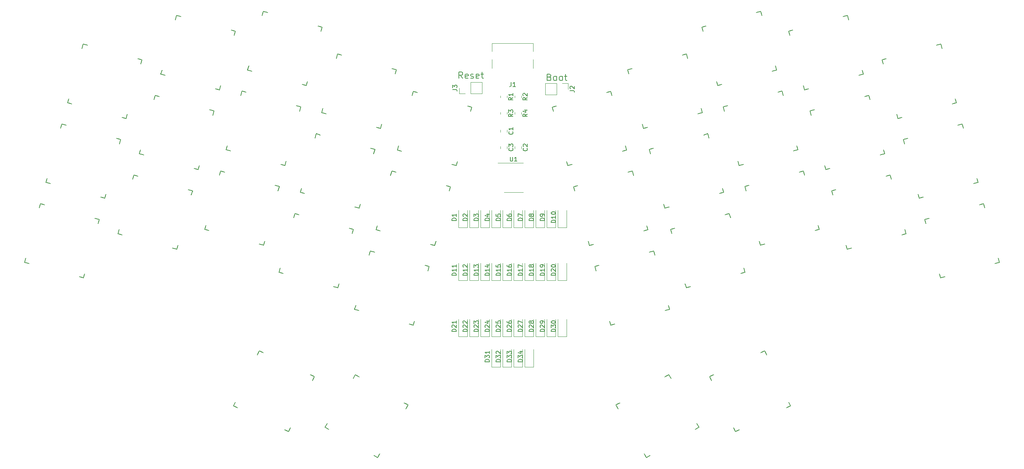
<source format=gbr>
%TF.GenerationSoftware,KiCad,Pcbnew,7.0.1*%
%TF.CreationDate,2024-01-05T17:15:01-05:00*%
%TF.ProjectId,ch55p34,63683535-7033-4342-9e6b-696361645f70,rev?*%
%TF.SameCoordinates,Original*%
%TF.FileFunction,Legend,Top*%
%TF.FilePolarity,Positive*%
%FSLAX46Y46*%
G04 Gerber Fmt 4.6, Leading zero omitted, Abs format (unit mm)*
G04 Created by KiCad (PCBNEW 7.0.1) date 2024-01-05 17:15:01*
%MOMM*%
%LPD*%
G01*
G04 APERTURE LIST*
%ADD10C,0.150000*%
%ADD11C,0.120000*%
G04 APERTURE END LIST*
D10*
X144470285Y-41726428D02*
X143970285Y-41012142D01*
X143613142Y-41726428D02*
X143613142Y-40226428D01*
X143613142Y-40226428D02*
X144184571Y-40226428D01*
X144184571Y-40226428D02*
X144327428Y-40297857D01*
X144327428Y-40297857D02*
X144398857Y-40369285D01*
X144398857Y-40369285D02*
X144470285Y-40512142D01*
X144470285Y-40512142D02*
X144470285Y-40726428D01*
X144470285Y-40726428D02*
X144398857Y-40869285D01*
X144398857Y-40869285D02*
X144327428Y-40940714D01*
X144327428Y-40940714D02*
X144184571Y-41012142D01*
X144184571Y-41012142D02*
X143613142Y-41012142D01*
X145684571Y-41655000D02*
X145541714Y-41726428D01*
X145541714Y-41726428D02*
X145256000Y-41726428D01*
X145256000Y-41726428D02*
X145113142Y-41655000D01*
X145113142Y-41655000D02*
X145041714Y-41512142D01*
X145041714Y-41512142D02*
X145041714Y-40940714D01*
X145041714Y-40940714D02*
X145113142Y-40797857D01*
X145113142Y-40797857D02*
X145256000Y-40726428D01*
X145256000Y-40726428D02*
X145541714Y-40726428D01*
X145541714Y-40726428D02*
X145684571Y-40797857D01*
X145684571Y-40797857D02*
X145756000Y-40940714D01*
X145756000Y-40940714D02*
X145756000Y-41083571D01*
X145756000Y-41083571D02*
X145041714Y-41226428D01*
X146327428Y-41655000D02*
X146470285Y-41726428D01*
X146470285Y-41726428D02*
X146755999Y-41726428D01*
X146755999Y-41726428D02*
X146898856Y-41655000D01*
X146898856Y-41655000D02*
X146970285Y-41512142D01*
X146970285Y-41512142D02*
X146970285Y-41440714D01*
X146970285Y-41440714D02*
X146898856Y-41297857D01*
X146898856Y-41297857D02*
X146755999Y-41226428D01*
X146755999Y-41226428D02*
X146541714Y-41226428D01*
X146541714Y-41226428D02*
X146398856Y-41155000D01*
X146398856Y-41155000D02*
X146327428Y-41012142D01*
X146327428Y-41012142D02*
X146327428Y-40940714D01*
X146327428Y-40940714D02*
X146398856Y-40797857D01*
X146398856Y-40797857D02*
X146541714Y-40726428D01*
X146541714Y-40726428D02*
X146755999Y-40726428D01*
X146755999Y-40726428D02*
X146898856Y-40797857D01*
X148184571Y-41655000D02*
X148041714Y-41726428D01*
X148041714Y-41726428D02*
X147756000Y-41726428D01*
X147756000Y-41726428D02*
X147613142Y-41655000D01*
X147613142Y-41655000D02*
X147541714Y-41512142D01*
X147541714Y-41512142D02*
X147541714Y-40940714D01*
X147541714Y-40940714D02*
X147613142Y-40797857D01*
X147613142Y-40797857D02*
X147756000Y-40726428D01*
X147756000Y-40726428D02*
X148041714Y-40726428D01*
X148041714Y-40726428D02*
X148184571Y-40797857D01*
X148184571Y-40797857D02*
X148256000Y-40940714D01*
X148256000Y-40940714D02*
X148256000Y-41083571D01*
X148256000Y-41083571D02*
X147541714Y-41226428D01*
X148684571Y-40726428D02*
X149255999Y-40726428D01*
X148898856Y-40226428D02*
X148898856Y-41512142D01*
X148898856Y-41512142D02*
X148970285Y-41655000D01*
X148970285Y-41655000D02*
X149113142Y-41726428D01*
X149113142Y-41726428D02*
X149255999Y-41726428D01*
X164433142Y-41448714D02*
X164647428Y-41520142D01*
X164647428Y-41520142D02*
X164718857Y-41591571D01*
X164718857Y-41591571D02*
X164790285Y-41734428D01*
X164790285Y-41734428D02*
X164790285Y-41948714D01*
X164790285Y-41948714D02*
X164718857Y-42091571D01*
X164718857Y-42091571D02*
X164647428Y-42163000D01*
X164647428Y-42163000D02*
X164504571Y-42234428D01*
X164504571Y-42234428D02*
X163933142Y-42234428D01*
X163933142Y-42234428D02*
X163933142Y-40734428D01*
X163933142Y-40734428D02*
X164433142Y-40734428D01*
X164433142Y-40734428D02*
X164576000Y-40805857D01*
X164576000Y-40805857D02*
X164647428Y-40877285D01*
X164647428Y-40877285D02*
X164718857Y-41020142D01*
X164718857Y-41020142D02*
X164718857Y-41163000D01*
X164718857Y-41163000D02*
X164647428Y-41305857D01*
X164647428Y-41305857D02*
X164576000Y-41377285D01*
X164576000Y-41377285D02*
X164433142Y-41448714D01*
X164433142Y-41448714D02*
X163933142Y-41448714D01*
X165647428Y-42234428D02*
X165504571Y-42163000D01*
X165504571Y-42163000D02*
X165433142Y-42091571D01*
X165433142Y-42091571D02*
X165361714Y-41948714D01*
X165361714Y-41948714D02*
X165361714Y-41520142D01*
X165361714Y-41520142D02*
X165433142Y-41377285D01*
X165433142Y-41377285D02*
X165504571Y-41305857D01*
X165504571Y-41305857D02*
X165647428Y-41234428D01*
X165647428Y-41234428D02*
X165861714Y-41234428D01*
X165861714Y-41234428D02*
X166004571Y-41305857D01*
X166004571Y-41305857D02*
X166076000Y-41377285D01*
X166076000Y-41377285D02*
X166147428Y-41520142D01*
X166147428Y-41520142D02*
X166147428Y-41948714D01*
X166147428Y-41948714D02*
X166076000Y-42091571D01*
X166076000Y-42091571D02*
X166004571Y-42163000D01*
X166004571Y-42163000D02*
X165861714Y-42234428D01*
X165861714Y-42234428D02*
X165647428Y-42234428D01*
X167004571Y-42234428D02*
X166861714Y-42163000D01*
X166861714Y-42163000D02*
X166790285Y-42091571D01*
X166790285Y-42091571D02*
X166718857Y-41948714D01*
X166718857Y-41948714D02*
X166718857Y-41520142D01*
X166718857Y-41520142D02*
X166790285Y-41377285D01*
X166790285Y-41377285D02*
X166861714Y-41305857D01*
X166861714Y-41305857D02*
X167004571Y-41234428D01*
X167004571Y-41234428D02*
X167218857Y-41234428D01*
X167218857Y-41234428D02*
X167361714Y-41305857D01*
X167361714Y-41305857D02*
X167433143Y-41377285D01*
X167433143Y-41377285D02*
X167504571Y-41520142D01*
X167504571Y-41520142D02*
X167504571Y-41948714D01*
X167504571Y-41948714D02*
X167433143Y-42091571D01*
X167433143Y-42091571D02*
X167361714Y-42163000D01*
X167361714Y-42163000D02*
X167218857Y-42234428D01*
X167218857Y-42234428D02*
X167004571Y-42234428D01*
X167933143Y-41234428D02*
X168504571Y-41234428D01*
X168147428Y-40734428D02*
X168147428Y-42020142D01*
X168147428Y-42020142D02*
X168218857Y-42163000D01*
X168218857Y-42163000D02*
X168361714Y-42234428D01*
X168361714Y-42234428D02*
X168504571Y-42234428D01*
%TO.C,U1*%
X155416095Y-59856619D02*
X155416095Y-60666142D01*
X155416095Y-60666142D02*
X155463714Y-60761380D01*
X155463714Y-60761380D02*
X155511333Y-60809000D01*
X155511333Y-60809000D02*
X155606571Y-60856619D01*
X155606571Y-60856619D02*
X155797047Y-60856619D01*
X155797047Y-60856619D02*
X155892285Y-60809000D01*
X155892285Y-60809000D02*
X155939904Y-60761380D01*
X155939904Y-60761380D02*
X155987523Y-60666142D01*
X155987523Y-60666142D02*
X155987523Y-59856619D01*
X156987523Y-60856619D02*
X156416095Y-60856619D01*
X156701809Y-60856619D02*
X156701809Y-59856619D01*
X156701809Y-59856619D02*
X156606571Y-59999476D01*
X156606571Y-59999476D02*
X156511333Y-60094714D01*
X156511333Y-60094714D02*
X156416095Y-60142333D01*
%TO.C,R4*%
X159338619Y-49950666D02*
X158862428Y-50283999D01*
X159338619Y-50522094D02*
X158338619Y-50522094D01*
X158338619Y-50522094D02*
X158338619Y-50141142D01*
X158338619Y-50141142D02*
X158386238Y-50045904D01*
X158386238Y-50045904D02*
X158433857Y-49998285D01*
X158433857Y-49998285D02*
X158529095Y-49950666D01*
X158529095Y-49950666D02*
X158671952Y-49950666D01*
X158671952Y-49950666D02*
X158767190Y-49998285D01*
X158767190Y-49998285D02*
X158814809Y-50045904D01*
X158814809Y-50045904D02*
X158862428Y-50141142D01*
X158862428Y-50141142D02*
X158862428Y-50522094D01*
X158671952Y-49093523D02*
X159338619Y-49093523D01*
X158291000Y-49331618D02*
X159005285Y-49569713D01*
X159005285Y-49569713D02*
X159005285Y-48950666D01*
%TO.C,R3*%
X156036619Y-49950666D02*
X155560428Y-50283999D01*
X156036619Y-50522094D02*
X155036619Y-50522094D01*
X155036619Y-50522094D02*
X155036619Y-50141142D01*
X155036619Y-50141142D02*
X155084238Y-50045904D01*
X155084238Y-50045904D02*
X155131857Y-49998285D01*
X155131857Y-49998285D02*
X155227095Y-49950666D01*
X155227095Y-49950666D02*
X155369952Y-49950666D01*
X155369952Y-49950666D02*
X155465190Y-49998285D01*
X155465190Y-49998285D02*
X155512809Y-50045904D01*
X155512809Y-50045904D02*
X155560428Y-50141142D01*
X155560428Y-50141142D02*
X155560428Y-50522094D01*
X155036619Y-49617332D02*
X155036619Y-48998285D01*
X155036619Y-48998285D02*
X155417571Y-49331618D01*
X155417571Y-49331618D02*
X155417571Y-49188761D01*
X155417571Y-49188761D02*
X155465190Y-49093523D01*
X155465190Y-49093523D02*
X155512809Y-49045904D01*
X155512809Y-49045904D02*
X155608047Y-48998285D01*
X155608047Y-48998285D02*
X155846142Y-48998285D01*
X155846142Y-48998285D02*
X155941380Y-49045904D01*
X155941380Y-49045904D02*
X155989000Y-49093523D01*
X155989000Y-49093523D02*
X156036619Y-49188761D01*
X156036619Y-49188761D02*
X156036619Y-49474475D01*
X156036619Y-49474475D02*
X155989000Y-49569713D01*
X155989000Y-49569713D02*
X155941380Y-49617332D01*
%TO.C,R2*%
X159338619Y-46140666D02*
X158862428Y-46473999D01*
X159338619Y-46712094D02*
X158338619Y-46712094D01*
X158338619Y-46712094D02*
X158338619Y-46331142D01*
X158338619Y-46331142D02*
X158386238Y-46235904D01*
X158386238Y-46235904D02*
X158433857Y-46188285D01*
X158433857Y-46188285D02*
X158529095Y-46140666D01*
X158529095Y-46140666D02*
X158671952Y-46140666D01*
X158671952Y-46140666D02*
X158767190Y-46188285D01*
X158767190Y-46188285D02*
X158814809Y-46235904D01*
X158814809Y-46235904D02*
X158862428Y-46331142D01*
X158862428Y-46331142D02*
X158862428Y-46712094D01*
X158433857Y-45759713D02*
X158386238Y-45712094D01*
X158386238Y-45712094D02*
X158338619Y-45616856D01*
X158338619Y-45616856D02*
X158338619Y-45378761D01*
X158338619Y-45378761D02*
X158386238Y-45283523D01*
X158386238Y-45283523D02*
X158433857Y-45235904D01*
X158433857Y-45235904D02*
X158529095Y-45188285D01*
X158529095Y-45188285D02*
X158624333Y-45188285D01*
X158624333Y-45188285D02*
X158767190Y-45235904D01*
X158767190Y-45235904D02*
X159338619Y-45807332D01*
X159338619Y-45807332D02*
X159338619Y-45188285D01*
%TO.C,R1*%
X156036619Y-46140666D02*
X155560428Y-46473999D01*
X156036619Y-46712094D02*
X155036619Y-46712094D01*
X155036619Y-46712094D02*
X155036619Y-46331142D01*
X155036619Y-46331142D02*
X155084238Y-46235904D01*
X155084238Y-46235904D02*
X155131857Y-46188285D01*
X155131857Y-46188285D02*
X155227095Y-46140666D01*
X155227095Y-46140666D02*
X155369952Y-46140666D01*
X155369952Y-46140666D02*
X155465190Y-46188285D01*
X155465190Y-46188285D02*
X155512809Y-46235904D01*
X155512809Y-46235904D02*
X155560428Y-46331142D01*
X155560428Y-46331142D02*
X155560428Y-46712094D01*
X156036619Y-45188285D02*
X156036619Y-45759713D01*
X156036619Y-45473999D02*
X155036619Y-45473999D01*
X155036619Y-45473999D02*
X155179476Y-45569237D01*
X155179476Y-45569237D02*
X155274714Y-45664475D01*
X155274714Y-45664475D02*
X155322333Y-45759713D01*
%TO.C,J3*%
X142161619Y-44275333D02*
X142875904Y-44275333D01*
X142875904Y-44275333D02*
X143018761Y-44322952D01*
X143018761Y-44322952D02*
X143114000Y-44418190D01*
X143114000Y-44418190D02*
X143161619Y-44561047D01*
X143161619Y-44561047D02*
X143161619Y-44656285D01*
X142161619Y-43894380D02*
X142161619Y-43275333D01*
X142161619Y-43275333D02*
X142542571Y-43608666D01*
X142542571Y-43608666D02*
X142542571Y-43465809D01*
X142542571Y-43465809D02*
X142590190Y-43370571D01*
X142590190Y-43370571D02*
X142637809Y-43322952D01*
X142637809Y-43322952D02*
X142733047Y-43275333D01*
X142733047Y-43275333D02*
X142971142Y-43275333D01*
X142971142Y-43275333D02*
X143066380Y-43322952D01*
X143066380Y-43322952D02*
X143114000Y-43370571D01*
X143114000Y-43370571D02*
X143161619Y-43465809D01*
X143161619Y-43465809D02*
X143161619Y-43751523D01*
X143161619Y-43751523D02*
X143114000Y-43846761D01*
X143114000Y-43846761D02*
X143066380Y-43894380D01*
%TO.C,J2*%
X169183619Y-44529333D02*
X169897904Y-44529333D01*
X169897904Y-44529333D02*
X170040761Y-44576952D01*
X170040761Y-44576952D02*
X170136000Y-44672190D01*
X170136000Y-44672190D02*
X170183619Y-44815047D01*
X170183619Y-44815047D02*
X170183619Y-44910285D01*
X169278857Y-44100761D02*
X169231238Y-44053142D01*
X169231238Y-44053142D02*
X169183619Y-43957904D01*
X169183619Y-43957904D02*
X169183619Y-43719809D01*
X169183619Y-43719809D02*
X169231238Y-43624571D01*
X169231238Y-43624571D02*
X169278857Y-43576952D01*
X169278857Y-43576952D02*
X169374095Y-43529333D01*
X169374095Y-43529333D02*
X169469333Y-43529333D01*
X169469333Y-43529333D02*
X169612190Y-43576952D01*
X169612190Y-43576952D02*
X170183619Y-44148380D01*
X170183619Y-44148380D02*
X170183619Y-43529333D01*
%TO.C,J1*%
X155620666Y-42617619D02*
X155620666Y-43331904D01*
X155620666Y-43331904D02*
X155573047Y-43474761D01*
X155573047Y-43474761D02*
X155477809Y-43570000D01*
X155477809Y-43570000D02*
X155334952Y-43617619D01*
X155334952Y-43617619D02*
X155239714Y-43617619D01*
X156620666Y-43617619D02*
X156049238Y-43617619D01*
X156334952Y-43617619D02*
X156334952Y-42617619D01*
X156334952Y-42617619D02*
X156239714Y-42760476D01*
X156239714Y-42760476D02*
X156144476Y-42855714D01*
X156144476Y-42855714D02*
X156049238Y-42903333D01*
%TO.C,D34*%
X158228619Y-107132285D02*
X157228619Y-107132285D01*
X157228619Y-107132285D02*
X157228619Y-106894190D01*
X157228619Y-106894190D02*
X157276238Y-106751333D01*
X157276238Y-106751333D02*
X157371476Y-106656095D01*
X157371476Y-106656095D02*
X157466714Y-106608476D01*
X157466714Y-106608476D02*
X157657190Y-106560857D01*
X157657190Y-106560857D02*
X157800047Y-106560857D01*
X157800047Y-106560857D02*
X157990523Y-106608476D01*
X157990523Y-106608476D02*
X158085761Y-106656095D01*
X158085761Y-106656095D02*
X158181000Y-106751333D01*
X158181000Y-106751333D02*
X158228619Y-106894190D01*
X158228619Y-106894190D02*
X158228619Y-107132285D01*
X157228619Y-106227523D02*
X157228619Y-105608476D01*
X157228619Y-105608476D02*
X157609571Y-105941809D01*
X157609571Y-105941809D02*
X157609571Y-105798952D01*
X157609571Y-105798952D02*
X157657190Y-105703714D01*
X157657190Y-105703714D02*
X157704809Y-105656095D01*
X157704809Y-105656095D02*
X157800047Y-105608476D01*
X157800047Y-105608476D02*
X158038142Y-105608476D01*
X158038142Y-105608476D02*
X158133380Y-105656095D01*
X158133380Y-105656095D02*
X158181000Y-105703714D01*
X158181000Y-105703714D02*
X158228619Y-105798952D01*
X158228619Y-105798952D02*
X158228619Y-106084666D01*
X158228619Y-106084666D02*
X158181000Y-106179904D01*
X158181000Y-106179904D02*
X158133380Y-106227523D01*
X157561952Y-104751333D02*
X158228619Y-104751333D01*
X157181000Y-104989428D02*
X157895285Y-105227523D01*
X157895285Y-105227523D02*
X157895285Y-104608476D01*
%TO.C,D33*%
X155688619Y-107132285D02*
X154688619Y-107132285D01*
X154688619Y-107132285D02*
X154688619Y-106894190D01*
X154688619Y-106894190D02*
X154736238Y-106751333D01*
X154736238Y-106751333D02*
X154831476Y-106656095D01*
X154831476Y-106656095D02*
X154926714Y-106608476D01*
X154926714Y-106608476D02*
X155117190Y-106560857D01*
X155117190Y-106560857D02*
X155260047Y-106560857D01*
X155260047Y-106560857D02*
X155450523Y-106608476D01*
X155450523Y-106608476D02*
X155545761Y-106656095D01*
X155545761Y-106656095D02*
X155641000Y-106751333D01*
X155641000Y-106751333D02*
X155688619Y-106894190D01*
X155688619Y-106894190D02*
X155688619Y-107132285D01*
X154688619Y-106227523D02*
X154688619Y-105608476D01*
X154688619Y-105608476D02*
X155069571Y-105941809D01*
X155069571Y-105941809D02*
X155069571Y-105798952D01*
X155069571Y-105798952D02*
X155117190Y-105703714D01*
X155117190Y-105703714D02*
X155164809Y-105656095D01*
X155164809Y-105656095D02*
X155260047Y-105608476D01*
X155260047Y-105608476D02*
X155498142Y-105608476D01*
X155498142Y-105608476D02*
X155593380Y-105656095D01*
X155593380Y-105656095D02*
X155641000Y-105703714D01*
X155641000Y-105703714D02*
X155688619Y-105798952D01*
X155688619Y-105798952D02*
X155688619Y-106084666D01*
X155688619Y-106084666D02*
X155641000Y-106179904D01*
X155641000Y-106179904D02*
X155593380Y-106227523D01*
X154688619Y-105275142D02*
X154688619Y-104656095D01*
X154688619Y-104656095D02*
X155069571Y-104989428D01*
X155069571Y-104989428D02*
X155069571Y-104846571D01*
X155069571Y-104846571D02*
X155117190Y-104751333D01*
X155117190Y-104751333D02*
X155164809Y-104703714D01*
X155164809Y-104703714D02*
X155260047Y-104656095D01*
X155260047Y-104656095D02*
X155498142Y-104656095D01*
X155498142Y-104656095D02*
X155593380Y-104703714D01*
X155593380Y-104703714D02*
X155641000Y-104751333D01*
X155641000Y-104751333D02*
X155688619Y-104846571D01*
X155688619Y-104846571D02*
X155688619Y-105132285D01*
X155688619Y-105132285D02*
X155641000Y-105227523D01*
X155641000Y-105227523D02*
X155593380Y-105275142D01*
%TO.C,D32*%
X153148619Y-107132285D02*
X152148619Y-107132285D01*
X152148619Y-107132285D02*
X152148619Y-106894190D01*
X152148619Y-106894190D02*
X152196238Y-106751333D01*
X152196238Y-106751333D02*
X152291476Y-106656095D01*
X152291476Y-106656095D02*
X152386714Y-106608476D01*
X152386714Y-106608476D02*
X152577190Y-106560857D01*
X152577190Y-106560857D02*
X152720047Y-106560857D01*
X152720047Y-106560857D02*
X152910523Y-106608476D01*
X152910523Y-106608476D02*
X153005761Y-106656095D01*
X153005761Y-106656095D02*
X153101000Y-106751333D01*
X153101000Y-106751333D02*
X153148619Y-106894190D01*
X153148619Y-106894190D02*
X153148619Y-107132285D01*
X152148619Y-106227523D02*
X152148619Y-105608476D01*
X152148619Y-105608476D02*
X152529571Y-105941809D01*
X152529571Y-105941809D02*
X152529571Y-105798952D01*
X152529571Y-105798952D02*
X152577190Y-105703714D01*
X152577190Y-105703714D02*
X152624809Y-105656095D01*
X152624809Y-105656095D02*
X152720047Y-105608476D01*
X152720047Y-105608476D02*
X152958142Y-105608476D01*
X152958142Y-105608476D02*
X153053380Y-105656095D01*
X153053380Y-105656095D02*
X153101000Y-105703714D01*
X153101000Y-105703714D02*
X153148619Y-105798952D01*
X153148619Y-105798952D02*
X153148619Y-106084666D01*
X153148619Y-106084666D02*
X153101000Y-106179904D01*
X153101000Y-106179904D02*
X153053380Y-106227523D01*
X152243857Y-105227523D02*
X152196238Y-105179904D01*
X152196238Y-105179904D02*
X152148619Y-105084666D01*
X152148619Y-105084666D02*
X152148619Y-104846571D01*
X152148619Y-104846571D02*
X152196238Y-104751333D01*
X152196238Y-104751333D02*
X152243857Y-104703714D01*
X152243857Y-104703714D02*
X152339095Y-104656095D01*
X152339095Y-104656095D02*
X152434333Y-104656095D01*
X152434333Y-104656095D02*
X152577190Y-104703714D01*
X152577190Y-104703714D02*
X153148619Y-105275142D01*
X153148619Y-105275142D02*
X153148619Y-104656095D01*
%TO.C,D31*%
X150608619Y-107132285D02*
X149608619Y-107132285D01*
X149608619Y-107132285D02*
X149608619Y-106894190D01*
X149608619Y-106894190D02*
X149656238Y-106751333D01*
X149656238Y-106751333D02*
X149751476Y-106656095D01*
X149751476Y-106656095D02*
X149846714Y-106608476D01*
X149846714Y-106608476D02*
X150037190Y-106560857D01*
X150037190Y-106560857D02*
X150180047Y-106560857D01*
X150180047Y-106560857D02*
X150370523Y-106608476D01*
X150370523Y-106608476D02*
X150465761Y-106656095D01*
X150465761Y-106656095D02*
X150561000Y-106751333D01*
X150561000Y-106751333D02*
X150608619Y-106894190D01*
X150608619Y-106894190D02*
X150608619Y-107132285D01*
X149608619Y-106227523D02*
X149608619Y-105608476D01*
X149608619Y-105608476D02*
X149989571Y-105941809D01*
X149989571Y-105941809D02*
X149989571Y-105798952D01*
X149989571Y-105798952D02*
X150037190Y-105703714D01*
X150037190Y-105703714D02*
X150084809Y-105656095D01*
X150084809Y-105656095D02*
X150180047Y-105608476D01*
X150180047Y-105608476D02*
X150418142Y-105608476D01*
X150418142Y-105608476D02*
X150513380Y-105656095D01*
X150513380Y-105656095D02*
X150561000Y-105703714D01*
X150561000Y-105703714D02*
X150608619Y-105798952D01*
X150608619Y-105798952D02*
X150608619Y-106084666D01*
X150608619Y-106084666D02*
X150561000Y-106179904D01*
X150561000Y-106179904D02*
X150513380Y-106227523D01*
X150608619Y-104656095D02*
X150608619Y-105227523D01*
X150608619Y-104941809D02*
X149608619Y-104941809D01*
X149608619Y-104941809D02*
X149751476Y-105037047D01*
X149751476Y-105037047D02*
X149846714Y-105132285D01*
X149846714Y-105132285D02*
X149894333Y-105227523D01*
%TO.C,D30*%
X165848619Y-100148285D02*
X164848619Y-100148285D01*
X164848619Y-100148285D02*
X164848619Y-99910190D01*
X164848619Y-99910190D02*
X164896238Y-99767333D01*
X164896238Y-99767333D02*
X164991476Y-99672095D01*
X164991476Y-99672095D02*
X165086714Y-99624476D01*
X165086714Y-99624476D02*
X165277190Y-99576857D01*
X165277190Y-99576857D02*
X165420047Y-99576857D01*
X165420047Y-99576857D02*
X165610523Y-99624476D01*
X165610523Y-99624476D02*
X165705761Y-99672095D01*
X165705761Y-99672095D02*
X165801000Y-99767333D01*
X165801000Y-99767333D02*
X165848619Y-99910190D01*
X165848619Y-99910190D02*
X165848619Y-100148285D01*
X164848619Y-99243523D02*
X164848619Y-98624476D01*
X164848619Y-98624476D02*
X165229571Y-98957809D01*
X165229571Y-98957809D02*
X165229571Y-98814952D01*
X165229571Y-98814952D02*
X165277190Y-98719714D01*
X165277190Y-98719714D02*
X165324809Y-98672095D01*
X165324809Y-98672095D02*
X165420047Y-98624476D01*
X165420047Y-98624476D02*
X165658142Y-98624476D01*
X165658142Y-98624476D02*
X165753380Y-98672095D01*
X165753380Y-98672095D02*
X165801000Y-98719714D01*
X165801000Y-98719714D02*
X165848619Y-98814952D01*
X165848619Y-98814952D02*
X165848619Y-99100666D01*
X165848619Y-99100666D02*
X165801000Y-99195904D01*
X165801000Y-99195904D02*
X165753380Y-99243523D01*
X164848619Y-98005428D02*
X164848619Y-97910190D01*
X164848619Y-97910190D02*
X164896238Y-97814952D01*
X164896238Y-97814952D02*
X164943857Y-97767333D01*
X164943857Y-97767333D02*
X165039095Y-97719714D01*
X165039095Y-97719714D02*
X165229571Y-97672095D01*
X165229571Y-97672095D02*
X165467666Y-97672095D01*
X165467666Y-97672095D02*
X165658142Y-97719714D01*
X165658142Y-97719714D02*
X165753380Y-97767333D01*
X165753380Y-97767333D02*
X165801000Y-97814952D01*
X165801000Y-97814952D02*
X165848619Y-97910190D01*
X165848619Y-97910190D02*
X165848619Y-98005428D01*
X165848619Y-98005428D02*
X165801000Y-98100666D01*
X165801000Y-98100666D02*
X165753380Y-98148285D01*
X165753380Y-98148285D02*
X165658142Y-98195904D01*
X165658142Y-98195904D02*
X165467666Y-98243523D01*
X165467666Y-98243523D02*
X165229571Y-98243523D01*
X165229571Y-98243523D02*
X165039095Y-98195904D01*
X165039095Y-98195904D02*
X164943857Y-98148285D01*
X164943857Y-98148285D02*
X164896238Y-98100666D01*
X164896238Y-98100666D02*
X164848619Y-98005428D01*
%TO.C,D29*%
X163308619Y-100148285D02*
X162308619Y-100148285D01*
X162308619Y-100148285D02*
X162308619Y-99910190D01*
X162308619Y-99910190D02*
X162356238Y-99767333D01*
X162356238Y-99767333D02*
X162451476Y-99672095D01*
X162451476Y-99672095D02*
X162546714Y-99624476D01*
X162546714Y-99624476D02*
X162737190Y-99576857D01*
X162737190Y-99576857D02*
X162880047Y-99576857D01*
X162880047Y-99576857D02*
X163070523Y-99624476D01*
X163070523Y-99624476D02*
X163165761Y-99672095D01*
X163165761Y-99672095D02*
X163261000Y-99767333D01*
X163261000Y-99767333D02*
X163308619Y-99910190D01*
X163308619Y-99910190D02*
X163308619Y-100148285D01*
X162403857Y-99195904D02*
X162356238Y-99148285D01*
X162356238Y-99148285D02*
X162308619Y-99053047D01*
X162308619Y-99053047D02*
X162308619Y-98814952D01*
X162308619Y-98814952D02*
X162356238Y-98719714D01*
X162356238Y-98719714D02*
X162403857Y-98672095D01*
X162403857Y-98672095D02*
X162499095Y-98624476D01*
X162499095Y-98624476D02*
X162594333Y-98624476D01*
X162594333Y-98624476D02*
X162737190Y-98672095D01*
X162737190Y-98672095D02*
X163308619Y-99243523D01*
X163308619Y-99243523D02*
X163308619Y-98624476D01*
X163308619Y-98148285D02*
X163308619Y-97957809D01*
X163308619Y-97957809D02*
X163261000Y-97862571D01*
X163261000Y-97862571D02*
X163213380Y-97814952D01*
X163213380Y-97814952D02*
X163070523Y-97719714D01*
X163070523Y-97719714D02*
X162880047Y-97672095D01*
X162880047Y-97672095D02*
X162499095Y-97672095D01*
X162499095Y-97672095D02*
X162403857Y-97719714D01*
X162403857Y-97719714D02*
X162356238Y-97767333D01*
X162356238Y-97767333D02*
X162308619Y-97862571D01*
X162308619Y-97862571D02*
X162308619Y-98053047D01*
X162308619Y-98053047D02*
X162356238Y-98148285D01*
X162356238Y-98148285D02*
X162403857Y-98195904D01*
X162403857Y-98195904D02*
X162499095Y-98243523D01*
X162499095Y-98243523D02*
X162737190Y-98243523D01*
X162737190Y-98243523D02*
X162832428Y-98195904D01*
X162832428Y-98195904D02*
X162880047Y-98148285D01*
X162880047Y-98148285D02*
X162927666Y-98053047D01*
X162927666Y-98053047D02*
X162927666Y-97862571D01*
X162927666Y-97862571D02*
X162880047Y-97767333D01*
X162880047Y-97767333D02*
X162832428Y-97719714D01*
X162832428Y-97719714D02*
X162737190Y-97672095D01*
%TO.C,D28*%
X160768619Y-100148285D02*
X159768619Y-100148285D01*
X159768619Y-100148285D02*
X159768619Y-99910190D01*
X159768619Y-99910190D02*
X159816238Y-99767333D01*
X159816238Y-99767333D02*
X159911476Y-99672095D01*
X159911476Y-99672095D02*
X160006714Y-99624476D01*
X160006714Y-99624476D02*
X160197190Y-99576857D01*
X160197190Y-99576857D02*
X160340047Y-99576857D01*
X160340047Y-99576857D02*
X160530523Y-99624476D01*
X160530523Y-99624476D02*
X160625761Y-99672095D01*
X160625761Y-99672095D02*
X160721000Y-99767333D01*
X160721000Y-99767333D02*
X160768619Y-99910190D01*
X160768619Y-99910190D02*
X160768619Y-100148285D01*
X159863857Y-99195904D02*
X159816238Y-99148285D01*
X159816238Y-99148285D02*
X159768619Y-99053047D01*
X159768619Y-99053047D02*
X159768619Y-98814952D01*
X159768619Y-98814952D02*
X159816238Y-98719714D01*
X159816238Y-98719714D02*
X159863857Y-98672095D01*
X159863857Y-98672095D02*
X159959095Y-98624476D01*
X159959095Y-98624476D02*
X160054333Y-98624476D01*
X160054333Y-98624476D02*
X160197190Y-98672095D01*
X160197190Y-98672095D02*
X160768619Y-99243523D01*
X160768619Y-99243523D02*
X160768619Y-98624476D01*
X160197190Y-98053047D02*
X160149571Y-98148285D01*
X160149571Y-98148285D02*
X160101952Y-98195904D01*
X160101952Y-98195904D02*
X160006714Y-98243523D01*
X160006714Y-98243523D02*
X159959095Y-98243523D01*
X159959095Y-98243523D02*
X159863857Y-98195904D01*
X159863857Y-98195904D02*
X159816238Y-98148285D01*
X159816238Y-98148285D02*
X159768619Y-98053047D01*
X159768619Y-98053047D02*
X159768619Y-97862571D01*
X159768619Y-97862571D02*
X159816238Y-97767333D01*
X159816238Y-97767333D02*
X159863857Y-97719714D01*
X159863857Y-97719714D02*
X159959095Y-97672095D01*
X159959095Y-97672095D02*
X160006714Y-97672095D01*
X160006714Y-97672095D02*
X160101952Y-97719714D01*
X160101952Y-97719714D02*
X160149571Y-97767333D01*
X160149571Y-97767333D02*
X160197190Y-97862571D01*
X160197190Y-97862571D02*
X160197190Y-98053047D01*
X160197190Y-98053047D02*
X160244809Y-98148285D01*
X160244809Y-98148285D02*
X160292428Y-98195904D01*
X160292428Y-98195904D02*
X160387666Y-98243523D01*
X160387666Y-98243523D02*
X160578142Y-98243523D01*
X160578142Y-98243523D02*
X160673380Y-98195904D01*
X160673380Y-98195904D02*
X160721000Y-98148285D01*
X160721000Y-98148285D02*
X160768619Y-98053047D01*
X160768619Y-98053047D02*
X160768619Y-97862571D01*
X160768619Y-97862571D02*
X160721000Y-97767333D01*
X160721000Y-97767333D02*
X160673380Y-97719714D01*
X160673380Y-97719714D02*
X160578142Y-97672095D01*
X160578142Y-97672095D02*
X160387666Y-97672095D01*
X160387666Y-97672095D02*
X160292428Y-97719714D01*
X160292428Y-97719714D02*
X160244809Y-97767333D01*
X160244809Y-97767333D02*
X160197190Y-97862571D01*
%TO.C,D27*%
X158228619Y-100148285D02*
X157228619Y-100148285D01*
X157228619Y-100148285D02*
X157228619Y-99910190D01*
X157228619Y-99910190D02*
X157276238Y-99767333D01*
X157276238Y-99767333D02*
X157371476Y-99672095D01*
X157371476Y-99672095D02*
X157466714Y-99624476D01*
X157466714Y-99624476D02*
X157657190Y-99576857D01*
X157657190Y-99576857D02*
X157800047Y-99576857D01*
X157800047Y-99576857D02*
X157990523Y-99624476D01*
X157990523Y-99624476D02*
X158085761Y-99672095D01*
X158085761Y-99672095D02*
X158181000Y-99767333D01*
X158181000Y-99767333D02*
X158228619Y-99910190D01*
X158228619Y-99910190D02*
X158228619Y-100148285D01*
X157323857Y-99195904D02*
X157276238Y-99148285D01*
X157276238Y-99148285D02*
X157228619Y-99053047D01*
X157228619Y-99053047D02*
X157228619Y-98814952D01*
X157228619Y-98814952D02*
X157276238Y-98719714D01*
X157276238Y-98719714D02*
X157323857Y-98672095D01*
X157323857Y-98672095D02*
X157419095Y-98624476D01*
X157419095Y-98624476D02*
X157514333Y-98624476D01*
X157514333Y-98624476D02*
X157657190Y-98672095D01*
X157657190Y-98672095D02*
X158228619Y-99243523D01*
X158228619Y-99243523D02*
X158228619Y-98624476D01*
X157228619Y-98291142D02*
X157228619Y-97624476D01*
X157228619Y-97624476D02*
X158228619Y-98053047D01*
%TO.C,D26*%
X155688619Y-100148285D02*
X154688619Y-100148285D01*
X154688619Y-100148285D02*
X154688619Y-99910190D01*
X154688619Y-99910190D02*
X154736238Y-99767333D01*
X154736238Y-99767333D02*
X154831476Y-99672095D01*
X154831476Y-99672095D02*
X154926714Y-99624476D01*
X154926714Y-99624476D02*
X155117190Y-99576857D01*
X155117190Y-99576857D02*
X155260047Y-99576857D01*
X155260047Y-99576857D02*
X155450523Y-99624476D01*
X155450523Y-99624476D02*
X155545761Y-99672095D01*
X155545761Y-99672095D02*
X155641000Y-99767333D01*
X155641000Y-99767333D02*
X155688619Y-99910190D01*
X155688619Y-99910190D02*
X155688619Y-100148285D01*
X154783857Y-99195904D02*
X154736238Y-99148285D01*
X154736238Y-99148285D02*
X154688619Y-99053047D01*
X154688619Y-99053047D02*
X154688619Y-98814952D01*
X154688619Y-98814952D02*
X154736238Y-98719714D01*
X154736238Y-98719714D02*
X154783857Y-98672095D01*
X154783857Y-98672095D02*
X154879095Y-98624476D01*
X154879095Y-98624476D02*
X154974333Y-98624476D01*
X154974333Y-98624476D02*
X155117190Y-98672095D01*
X155117190Y-98672095D02*
X155688619Y-99243523D01*
X155688619Y-99243523D02*
X155688619Y-98624476D01*
X154688619Y-97767333D02*
X154688619Y-97957809D01*
X154688619Y-97957809D02*
X154736238Y-98053047D01*
X154736238Y-98053047D02*
X154783857Y-98100666D01*
X154783857Y-98100666D02*
X154926714Y-98195904D01*
X154926714Y-98195904D02*
X155117190Y-98243523D01*
X155117190Y-98243523D02*
X155498142Y-98243523D01*
X155498142Y-98243523D02*
X155593380Y-98195904D01*
X155593380Y-98195904D02*
X155641000Y-98148285D01*
X155641000Y-98148285D02*
X155688619Y-98053047D01*
X155688619Y-98053047D02*
X155688619Y-97862571D01*
X155688619Y-97862571D02*
X155641000Y-97767333D01*
X155641000Y-97767333D02*
X155593380Y-97719714D01*
X155593380Y-97719714D02*
X155498142Y-97672095D01*
X155498142Y-97672095D02*
X155260047Y-97672095D01*
X155260047Y-97672095D02*
X155164809Y-97719714D01*
X155164809Y-97719714D02*
X155117190Y-97767333D01*
X155117190Y-97767333D02*
X155069571Y-97862571D01*
X155069571Y-97862571D02*
X155069571Y-98053047D01*
X155069571Y-98053047D02*
X155117190Y-98148285D01*
X155117190Y-98148285D02*
X155164809Y-98195904D01*
X155164809Y-98195904D02*
X155260047Y-98243523D01*
%TO.C,D25*%
X153148619Y-100148285D02*
X152148619Y-100148285D01*
X152148619Y-100148285D02*
X152148619Y-99910190D01*
X152148619Y-99910190D02*
X152196238Y-99767333D01*
X152196238Y-99767333D02*
X152291476Y-99672095D01*
X152291476Y-99672095D02*
X152386714Y-99624476D01*
X152386714Y-99624476D02*
X152577190Y-99576857D01*
X152577190Y-99576857D02*
X152720047Y-99576857D01*
X152720047Y-99576857D02*
X152910523Y-99624476D01*
X152910523Y-99624476D02*
X153005761Y-99672095D01*
X153005761Y-99672095D02*
X153101000Y-99767333D01*
X153101000Y-99767333D02*
X153148619Y-99910190D01*
X153148619Y-99910190D02*
X153148619Y-100148285D01*
X152243857Y-99195904D02*
X152196238Y-99148285D01*
X152196238Y-99148285D02*
X152148619Y-99053047D01*
X152148619Y-99053047D02*
X152148619Y-98814952D01*
X152148619Y-98814952D02*
X152196238Y-98719714D01*
X152196238Y-98719714D02*
X152243857Y-98672095D01*
X152243857Y-98672095D02*
X152339095Y-98624476D01*
X152339095Y-98624476D02*
X152434333Y-98624476D01*
X152434333Y-98624476D02*
X152577190Y-98672095D01*
X152577190Y-98672095D02*
X153148619Y-99243523D01*
X153148619Y-99243523D02*
X153148619Y-98624476D01*
X152148619Y-97719714D02*
X152148619Y-98195904D01*
X152148619Y-98195904D02*
X152624809Y-98243523D01*
X152624809Y-98243523D02*
X152577190Y-98195904D01*
X152577190Y-98195904D02*
X152529571Y-98100666D01*
X152529571Y-98100666D02*
X152529571Y-97862571D01*
X152529571Y-97862571D02*
X152577190Y-97767333D01*
X152577190Y-97767333D02*
X152624809Y-97719714D01*
X152624809Y-97719714D02*
X152720047Y-97672095D01*
X152720047Y-97672095D02*
X152958142Y-97672095D01*
X152958142Y-97672095D02*
X153053380Y-97719714D01*
X153053380Y-97719714D02*
X153101000Y-97767333D01*
X153101000Y-97767333D02*
X153148619Y-97862571D01*
X153148619Y-97862571D02*
X153148619Y-98100666D01*
X153148619Y-98100666D02*
X153101000Y-98195904D01*
X153101000Y-98195904D02*
X153053380Y-98243523D01*
%TO.C,D24*%
X150608619Y-100148285D02*
X149608619Y-100148285D01*
X149608619Y-100148285D02*
X149608619Y-99910190D01*
X149608619Y-99910190D02*
X149656238Y-99767333D01*
X149656238Y-99767333D02*
X149751476Y-99672095D01*
X149751476Y-99672095D02*
X149846714Y-99624476D01*
X149846714Y-99624476D02*
X150037190Y-99576857D01*
X150037190Y-99576857D02*
X150180047Y-99576857D01*
X150180047Y-99576857D02*
X150370523Y-99624476D01*
X150370523Y-99624476D02*
X150465761Y-99672095D01*
X150465761Y-99672095D02*
X150561000Y-99767333D01*
X150561000Y-99767333D02*
X150608619Y-99910190D01*
X150608619Y-99910190D02*
X150608619Y-100148285D01*
X149703857Y-99195904D02*
X149656238Y-99148285D01*
X149656238Y-99148285D02*
X149608619Y-99053047D01*
X149608619Y-99053047D02*
X149608619Y-98814952D01*
X149608619Y-98814952D02*
X149656238Y-98719714D01*
X149656238Y-98719714D02*
X149703857Y-98672095D01*
X149703857Y-98672095D02*
X149799095Y-98624476D01*
X149799095Y-98624476D02*
X149894333Y-98624476D01*
X149894333Y-98624476D02*
X150037190Y-98672095D01*
X150037190Y-98672095D02*
X150608619Y-99243523D01*
X150608619Y-99243523D02*
X150608619Y-98624476D01*
X149941952Y-97767333D02*
X150608619Y-97767333D01*
X149561000Y-98005428D02*
X150275285Y-98243523D01*
X150275285Y-98243523D02*
X150275285Y-97624476D01*
%TO.C,D23*%
X148068619Y-100148285D02*
X147068619Y-100148285D01*
X147068619Y-100148285D02*
X147068619Y-99910190D01*
X147068619Y-99910190D02*
X147116238Y-99767333D01*
X147116238Y-99767333D02*
X147211476Y-99672095D01*
X147211476Y-99672095D02*
X147306714Y-99624476D01*
X147306714Y-99624476D02*
X147497190Y-99576857D01*
X147497190Y-99576857D02*
X147640047Y-99576857D01*
X147640047Y-99576857D02*
X147830523Y-99624476D01*
X147830523Y-99624476D02*
X147925761Y-99672095D01*
X147925761Y-99672095D02*
X148021000Y-99767333D01*
X148021000Y-99767333D02*
X148068619Y-99910190D01*
X148068619Y-99910190D02*
X148068619Y-100148285D01*
X147163857Y-99195904D02*
X147116238Y-99148285D01*
X147116238Y-99148285D02*
X147068619Y-99053047D01*
X147068619Y-99053047D02*
X147068619Y-98814952D01*
X147068619Y-98814952D02*
X147116238Y-98719714D01*
X147116238Y-98719714D02*
X147163857Y-98672095D01*
X147163857Y-98672095D02*
X147259095Y-98624476D01*
X147259095Y-98624476D02*
X147354333Y-98624476D01*
X147354333Y-98624476D02*
X147497190Y-98672095D01*
X147497190Y-98672095D02*
X148068619Y-99243523D01*
X148068619Y-99243523D02*
X148068619Y-98624476D01*
X147068619Y-98291142D02*
X147068619Y-97672095D01*
X147068619Y-97672095D02*
X147449571Y-98005428D01*
X147449571Y-98005428D02*
X147449571Y-97862571D01*
X147449571Y-97862571D02*
X147497190Y-97767333D01*
X147497190Y-97767333D02*
X147544809Y-97719714D01*
X147544809Y-97719714D02*
X147640047Y-97672095D01*
X147640047Y-97672095D02*
X147878142Y-97672095D01*
X147878142Y-97672095D02*
X147973380Y-97719714D01*
X147973380Y-97719714D02*
X148021000Y-97767333D01*
X148021000Y-97767333D02*
X148068619Y-97862571D01*
X148068619Y-97862571D02*
X148068619Y-98148285D01*
X148068619Y-98148285D02*
X148021000Y-98243523D01*
X148021000Y-98243523D02*
X147973380Y-98291142D01*
%TO.C,D22*%
X145528619Y-100148285D02*
X144528619Y-100148285D01*
X144528619Y-100148285D02*
X144528619Y-99910190D01*
X144528619Y-99910190D02*
X144576238Y-99767333D01*
X144576238Y-99767333D02*
X144671476Y-99672095D01*
X144671476Y-99672095D02*
X144766714Y-99624476D01*
X144766714Y-99624476D02*
X144957190Y-99576857D01*
X144957190Y-99576857D02*
X145100047Y-99576857D01*
X145100047Y-99576857D02*
X145290523Y-99624476D01*
X145290523Y-99624476D02*
X145385761Y-99672095D01*
X145385761Y-99672095D02*
X145481000Y-99767333D01*
X145481000Y-99767333D02*
X145528619Y-99910190D01*
X145528619Y-99910190D02*
X145528619Y-100148285D01*
X144623857Y-99195904D02*
X144576238Y-99148285D01*
X144576238Y-99148285D02*
X144528619Y-99053047D01*
X144528619Y-99053047D02*
X144528619Y-98814952D01*
X144528619Y-98814952D02*
X144576238Y-98719714D01*
X144576238Y-98719714D02*
X144623857Y-98672095D01*
X144623857Y-98672095D02*
X144719095Y-98624476D01*
X144719095Y-98624476D02*
X144814333Y-98624476D01*
X144814333Y-98624476D02*
X144957190Y-98672095D01*
X144957190Y-98672095D02*
X145528619Y-99243523D01*
X145528619Y-99243523D02*
X145528619Y-98624476D01*
X144623857Y-98243523D02*
X144576238Y-98195904D01*
X144576238Y-98195904D02*
X144528619Y-98100666D01*
X144528619Y-98100666D02*
X144528619Y-97862571D01*
X144528619Y-97862571D02*
X144576238Y-97767333D01*
X144576238Y-97767333D02*
X144623857Y-97719714D01*
X144623857Y-97719714D02*
X144719095Y-97672095D01*
X144719095Y-97672095D02*
X144814333Y-97672095D01*
X144814333Y-97672095D02*
X144957190Y-97719714D01*
X144957190Y-97719714D02*
X145528619Y-98291142D01*
X145528619Y-98291142D02*
X145528619Y-97672095D01*
%TO.C,D21*%
X142988619Y-100148285D02*
X141988619Y-100148285D01*
X141988619Y-100148285D02*
X141988619Y-99910190D01*
X141988619Y-99910190D02*
X142036238Y-99767333D01*
X142036238Y-99767333D02*
X142131476Y-99672095D01*
X142131476Y-99672095D02*
X142226714Y-99624476D01*
X142226714Y-99624476D02*
X142417190Y-99576857D01*
X142417190Y-99576857D02*
X142560047Y-99576857D01*
X142560047Y-99576857D02*
X142750523Y-99624476D01*
X142750523Y-99624476D02*
X142845761Y-99672095D01*
X142845761Y-99672095D02*
X142941000Y-99767333D01*
X142941000Y-99767333D02*
X142988619Y-99910190D01*
X142988619Y-99910190D02*
X142988619Y-100148285D01*
X142083857Y-99195904D02*
X142036238Y-99148285D01*
X142036238Y-99148285D02*
X141988619Y-99053047D01*
X141988619Y-99053047D02*
X141988619Y-98814952D01*
X141988619Y-98814952D02*
X142036238Y-98719714D01*
X142036238Y-98719714D02*
X142083857Y-98672095D01*
X142083857Y-98672095D02*
X142179095Y-98624476D01*
X142179095Y-98624476D02*
X142274333Y-98624476D01*
X142274333Y-98624476D02*
X142417190Y-98672095D01*
X142417190Y-98672095D02*
X142988619Y-99243523D01*
X142988619Y-99243523D02*
X142988619Y-98624476D01*
X142988619Y-97672095D02*
X142988619Y-98243523D01*
X142988619Y-97957809D02*
X141988619Y-97957809D01*
X141988619Y-97957809D02*
X142131476Y-98053047D01*
X142131476Y-98053047D02*
X142226714Y-98148285D01*
X142226714Y-98148285D02*
X142274333Y-98243523D01*
%TO.C,D20*%
X165848619Y-87192285D02*
X164848619Y-87192285D01*
X164848619Y-87192285D02*
X164848619Y-86954190D01*
X164848619Y-86954190D02*
X164896238Y-86811333D01*
X164896238Y-86811333D02*
X164991476Y-86716095D01*
X164991476Y-86716095D02*
X165086714Y-86668476D01*
X165086714Y-86668476D02*
X165277190Y-86620857D01*
X165277190Y-86620857D02*
X165420047Y-86620857D01*
X165420047Y-86620857D02*
X165610523Y-86668476D01*
X165610523Y-86668476D02*
X165705761Y-86716095D01*
X165705761Y-86716095D02*
X165801000Y-86811333D01*
X165801000Y-86811333D02*
X165848619Y-86954190D01*
X165848619Y-86954190D02*
X165848619Y-87192285D01*
X164943857Y-86239904D02*
X164896238Y-86192285D01*
X164896238Y-86192285D02*
X164848619Y-86097047D01*
X164848619Y-86097047D02*
X164848619Y-85858952D01*
X164848619Y-85858952D02*
X164896238Y-85763714D01*
X164896238Y-85763714D02*
X164943857Y-85716095D01*
X164943857Y-85716095D02*
X165039095Y-85668476D01*
X165039095Y-85668476D02*
X165134333Y-85668476D01*
X165134333Y-85668476D02*
X165277190Y-85716095D01*
X165277190Y-85716095D02*
X165848619Y-86287523D01*
X165848619Y-86287523D02*
X165848619Y-85668476D01*
X164848619Y-85049428D02*
X164848619Y-84954190D01*
X164848619Y-84954190D02*
X164896238Y-84858952D01*
X164896238Y-84858952D02*
X164943857Y-84811333D01*
X164943857Y-84811333D02*
X165039095Y-84763714D01*
X165039095Y-84763714D02*
X165229571Y-84716095D01*
X165229571Y-84716095D02*
X165467666Y-84716095D01*
X165467666Y-84716095D02*
X165658142Y-84763714D01*
X165658142Y-84763714D02*
X165753380Y-84811333D01*
X165753380Y-84811333D02*
X165801000Y-84858952D01*
X165801000Y-84858952D02*
X165848619Y-84954190D01*
X165848619Y-84954190D02*
X165848619Y-85049428D01*
X165848619Y-85049428D02*
X165801000Y-85144666D01*
X165801000Y-85144666D02*
X165753380Y-85192285D01*
X165753380Y-85192285D02*
X165658142Y-85239904D01*
X165658142Y-85239904D02*
X165467666Y-85287523D01*
X165467666Y-85287523D02*
X165229571Y-85287523D01*
X165229571Y-85287523D02*
X165039095Y-85239904D01*
X165039095Y-85239904D02*
X164943857Y-85192285D01*
X164943857Y-85192285D02*
X164896238Y-85144666D01*
X164896238Y-85144666D02*
X164848619Y-85049428D01*
%TO.C,D19*%
X163308619Y-87192285D02*
X162308619Y-87192285D01*
X162308619Y-87192285D02*
X162308619Y-86954190D01*
X162308619Y-86954190D02*
X162356238Y-86811333D01*
X162356238Y-86811333D02*
X162451476Y-86716095D01*
X162451476Y-86716095D02*
X162546714Y-86668476D01*
X162546714Y-86668476D02*
X162737190Y-86620857D01*
X162737190Y-86620857D02*
X162880047Y-86620857D01*
X162880047Y-86620857D02*
X163070523Y-86668476D01*
X163070523Y-86668476D02*
X163165761Y-86716095D01*
X163165761Y-86716095D02*
X163261000Y-86811333D01*
X163261000Y-86811333D02*
X163308619Y-86954190D01*
X163308619Y-86954190D02*
X163308619Y-87192285D01*
X163308619Y-85668476D02*
X163308619Y-86239904D01*
X163308619Y-85954190D02*
X162308619Y-85954190D01*
X162308619Y-85954190D02*
X162451476Y-86049428D01*
X162451476Y-86049428D02*
X162546714Y-86144666D01*
X162546714Y-86144666D02*
X162594333Y-86239904D01*
X163308619Y-85192285D02*
X163308619Y-85001809D01*
X163308619Y-85001809D02*
X163261000Y-84906571D01*
X163261000Y-84906571D02*
X163213380Y-84858952D01*
X163213380Y-84858952D02*
X163070523Y-84763714D01*
X163070523Y-84763714D02*
X162880047Y-84716095D01*
X162880047Y-84716095D02*
X162499095Y-84716095D01*
X162499095Y-84716095D02*
X162403857Y-84763714D01*
X162403857Y-84763714D02*
X162356238Y-84811333D01*
X162356238Y-84811333D02*
X162308619Y-84906571D01*
X162308619Y-84906571D02*
X162308619Y-85097047D01*
X162308619Y-85097047D02*
X162356238Y-85192285D01*
X162356238Y-85192285D02*
X162403857Y-85239904D01*
X162403857Y-85239904D02*
X162499095Y-85287523D01*
X162499095Y-85287523D02*
X162737190Y-85287523D01*
X162737190Y-85287523D02*
X162832428Y-85239904D01*
X162832428Y-85239904D02*
X162880047Y-85192285D01*
X162880047Y-85192285D02*
X162927666Y-85097047D01*
X162927666Y-85097047D02*
X162927666Y-84906571D01*
X162927666Y-84906571D02*
X162880047Y-84811333D01*
X162880047Y-84811333D02*
X162832428Y-84763714D01*
X162832428Y-84763714D02*
X162737190Y-84716095D01*
%TO.C,D18*%
X160768619Y-87192285D02*
X159768619Y-87192285D01*
X159768619Y-87192285D02*
X159768619Y-86954190D01*
X159768619Y-86954190D02*
X159816238Y-86811333D01*
X159816238Y-86811333D02*
X159911476Y-86716095D01*
X159911476Y-86716095D02*
X160006714Y-86668476D01*
X160006714Y-86668476D02*
X160197190Y-86620857D01*
X160197190Y-86620857D02*
X160340047Y-86620857D01*
X160340047Y-86620857D02*
X160530523Y-86668476D01*
X160530523Y-86668476D02*
X160625761Y-86716095D01*
X160625761Y-86716095D02*
X160721000Y-86811333D01*
X160721000Y-86811333D02*
X160768619Y-86954190D01*
X160768619Y-86954190D02*
X160768619Y-87192285D01*
X160768619Y-85668476D02*
X160768619Y-86239904D01*
X160768619Y-85954190D02*
X159768619Y-85954190D01*
X159768619Y-85954190D02*
X159911476Y-86049428D01*
X159911476Y-86049428D02*
X160006714Y-86144666D01*
X160006714Y-86144666D02*
X160054333Y-86239904D01*
X160197190Y-85097047D02*
X160149571Y-85192285D01*
X160149571Y-85192285D02*
X160101952Y-85239904D01*
X160101952Y-85239904D02*
X160006714Y-85287523D01*
X160006714Y-85287523D02*
X159959095Y-85287523D01*
X159959095Y-85287523D02*
X159863857Y-85239904D01*
X159863857Y-85239904D02*
X159816238Y-85192285D01*
X159816238Y-85192285D02*
X159768619Y-85097047D01*
X159768619Y-85097047D02*
X159768619Y-84906571D01*
X159768619Y-84906571D02*
X159816238Y-84811333D01*
X159816238Y-84811333D02*
X159863857Y-84763714D01*
X159863857Y-84763714D02*
X159959095Y-84716095D01*
X159959095Y-84716095D02*
X160006714Y-84716095D01*
X160006714Y-84716095D02*
X160101952Y-84763714D01*
X160101952Y-84763714D02*
X160149571Y-84811333D01*
X160149571Y-84811333D02*
X160197190Y-84906571D01*
X160197190Y-84906571D02*
X160197190Y-85097047D01*
X160197190Y-85097047D02*
X160244809Y-85192285D01*
X160244809Y-85192285D02*
X160292428Y-85239904D01*
X160292428Y-85239904D02*
X160387666Y-85287523D01*
X160387666Y-85287523D02*
X160578142Y-85287523D01*
X160578142Y-85287523D02*
X160673380Y-85239904D01*
X160673380Y-85239904D02*
X160721000Y-85192285D01*
X160721000Y-85192285D02*
X160768619Y-85097047D01*
X160768619Y-85097047D02*
X160768619Y-84906571D01*
X160768619Y-84906571D02*
X160721000Y-84811333D01*
X160721000Y-84811333D02*
X160673380Y-84763714D01*
X160673380Y-84763714D02*
X160578142Y-84716095D01*
X160578142Y-84716095D02*
X160387666Y-84716095D01*
X160387666Y-84716095D02*
X160292428Y-84763714D01*
X160292428Y-84763714D02*
X160244809Y-84811333D01*
X160244809Y-84811333D02*
X160197190Y-84906571D01*
%TO.C,D17*%
X158228619Y-87192285D02*
X157228619Y-87192285D01*
X157228619Y-87192285D02*
X157228619Y-86954190D01*
X157228619Y-86954190D02*
X157276238Y-86811333D01*
X157276238Y-86811333D02*
X157371476Y-86716095D01*
X157371476Y-86716095D02*
X157466714Y-86668476D01*
X157466714Y-86668476D02*
X157657190Y-86620857D01*
X157657190Y-86620857D02*
X157800047Y-86620857D01*
X157800047Y-86620857D02*
X157990523Y-86668476D01*
X157990523Y-86668476D02*
X158085761Y-86716095D01*
X158085761Y-86716095D02*
X158181000Y-86811333D01*
X158181000Y-86811333D02*
X158228619Y-86954190D01*
X158228619Y-86954190D02*
X158228619Y-87192285D01*
X158228619Y-85668476D02*
X158228619Y-86239904D01*
X158228619Y-85954190D02*
X157228619Y-85954190D01*
X157228619Y-85954190D02*
X157371476Y-86049428D01*
X157371476Y-86049428D02*
X157466714Y-86144666D01*
X157466714Y-86144666D02*
X157514333Y-86239904D01*
X157228619Y-85335142D02*
X157228619Y-84668476D01*
X157228619Y-84668476D02*
X158228619Y-85097047D01*
%TO.C,D16*%
X155688619Y-87192285D02*
X154688619Y-87192285D01*
X154688619Y-87192285D02*
X154688619Y-86954190D01*
X154688619Y-86954190D02*
X154736238Y-86811333D01*
X154736238Y-86811333D02*
X154831476Y-86716095D01*
X154831476Y-86716095D02*
X154926714Y-86668476D01*
X154926714Y-86668476D02*
X155117190Y-86620857D01*
X155117190Y-86620857D02*
X155260047Y-86620857D01*
X155260047Y-86620857D02*
X155450523Y-86668476D01*
X155450523Y-86668476D02*
X155545761Y-86716095D01*
X155545761Y-86716095D02*
X155641000Y-86811333D01*
X155641000Y-86811333D02*
X155688619Y-86954190D01*
X155688619Y-86954190D02*
X155688619Y-87192285D01*
X155688619Y-85668476D02*
X155688619Y-86239904D01*
X155688619Y-85954190D02*
X154688619Y-85954190D01*
X154688619Y-85954190D02*
X154831476Y-86049428D01*
X154831476Y-86049428D02*
X154926714Y-86144666D01*
X154926714Y-86144666D02*
X154974333Y-86239904D01*
X154688619Y-84811333D02*
X154688619Y-85001809D01*
X154688619Y-85001809D02*
X154736238Y-85097047D01*
X154736238Y-85097047D02*
X154783857Y-85144666D01*
X154783857Y-85144666D02*
X154926714Y-85239904D01*
X154926714Y-85239904D02*
X155117190Y-85287523D01*
X155117190Y-85287523D02*
X155498142Y-85287523D01*
X155498142Y-85287523D02*
X155593380Y-85239904D01*
X155593380Y-85239904D02*
X155641000Y-85192285D01*
X155641000Y-85192285D02*
X155688619Y-85097047D01*
X155688619Y-85097047D02*
X155688619Y-84906571D01*
X155688619Y-84906571D02*
X155641000Y-84811333D01*
X155641000Y-84811333D02*
X155593380Y-84763714D01*
X155593380Y-84763714D02*
X155498142Y-84716095D01*
X155498142Y-84716095D02*
X155260047Y-84716095D01*
X155260047Y-84716095D02*
X155164809Y-84763714D01*
X155164809Y-84763714D02*
X155117190Y-84811333D01*
X155117190Y-84811333D02*
X155069571Y-84906571D01*
X155069571Y-84906571D02*
X155069571Y-85097047D01*
X155069571Y-85097047D02*
X155117190Y-85192285D01*
X155117190Y-85192285D02*
X155164809Y-85239904D01*
X155164809Y-85239904D02*
X155260047Y-85287523D01*
%TO.C,D15*%
X153148619Y-87192285D02*
X152148619Y-87192285D01*
X152148619Y-87192285D02*
X152148619Y-86954190D01*
X152148619Y-86954190D02*
X152196238Y-86811333D01*
X152196238Y-86811333D02*
X152291476Y-86716095D01*
X152291476Y-86716095D02*
X152386714Y-86668476D01*
X152386714Y-86668476D02*
X152577190Y-86620857D01*
X152577190Y-86620857D02*
X152720047Y-86620857D01*
X152720047Y-86620857D02*
X152910523Y-86668476D01*
X152910523Y-86668476D02*
X153005761Y-86716095D01*
X153005761Y-86716095D02*
X153101000Y-86811333D01*
X153101000Y-86811333D02*
X153148619Y-86954190D01*
X153148619Y-86954190D02*
X153148619Y-87192285D01*
X153148619Y-85668476D02*
X153148619Y-86239904D01*
X153148619Y-85954190D02*
X152148619Y-85954190D01*
X152148619Y-85954190D02*
X152291476Y-86049428D01*
X152291476Y-86049428D02*
X152386714Y-86144666D01*
X152386714Y-86144666D02*
X152434333Y-86239904D01*
X152148619Y-84763714D02*
X152148619Y-85239904D01*
X152148619Y-85239904D02*
X152624809Y-85287523D01*
X152624809Y-85287523D02*
X152577190Y-85239904D01*
X152577190Y-85239904D02*
X152529571Y-85144666D01*
X152529571Y-85144666D02*
X152529571Y-84906571D01*
X152529571Y-84906571D02*
X152577190Y-84811333D01*
X152577190Y-84811333D02*
X152624809Y-84763714D01*
X152624809Y-84763714D02*
X152720047Y-84716095D01*
X152720047Y-84716095D02*
X152958142Y-84716095D01*
X152958142Y-84716095D02*
X153053380Y-84763714D01*
X153053380Y-84763714D02*
X153101000Y-84811333D01*
X153101000Y-84811333D02*
X153148619Y-84906571D01*
X153148619Y-84906571D02*
X153148619Y-85144666D01*
X153148619Y-85144666D02*
X153101000Y-85239904D01*
X153101000Y-85239904D02*
X153053380Y-85287523D01*
%TO.C,D14*%
X150608619Y-87192285D02*
X149608619Y-87192285D01*
X149608619Y-87192285D02*
X149608619Y-86954190D01*
X149608619Y-86954190D02*
X149656238Y-86811333D01*
X149656238Y-86811333D02*
X149751476Y-86716095D01*
X149751476Y-86716095D02*
X149846714Y-86668476D01*
X149846714Y-86668476D02*
X150037190Y-86620857D01*
X150037190Y-86620857D02*
X150180047Y-86620857D01*
X150180047Y-86620857D02*
X150370523Y-86668476D01*
X150370523Y-86668476D02*
X150465761Y-86716095D01*
X150465761Y-86716095D02*
X150561000Y-86811333D01*
X150561000Y-86811333D02*
X150608619Y-86954190D01*
X150608619Y-86954190D02*
X150608619Y-87192285D01*
X150608619Y-85668476D02*
X150608619Y-86239904D01*
X150608619Y-85954190D02*
X149608619Y-85954190D01*
X149608619Y-85954190D02*
X149751476Y-86049428D01*
X149751476Y-86049428D02*
X149846714Y-86144666D01*
X149846714Y-86144666D02*
X149894333Y-86239904D01*
X149941952Y-84811333D02*
X150608619Y-84811333D01*
X149561000Y-85049428D02*
X150275285Y-85287523D01*
X150275285Y-85287523D02*
X150275285Y-84668476D01*
%TO.C,D13*%
X148068619Y-87192285D02*
X147068619Y-87192285D01*
X147068619Y-87192285D02*
X147068619Y-86954190D01*
X147068619Y-86954190D02*
X147116238Y-86811333D01*
X147116238Y-86811333D02*
X147211476Y-86716095D01*
X147211476Y-86716095D02*
X147306714Y-86668476D01*
X147306714Y-86668476D02*
X147497190Y-86620857D01*
X147497190Y-86620857D02*
X147640047Y-86620857D01*
X147640047Y-86620857D02*
X147830523Y-86668476D01*
X147830523Y-86668476D02*
X147925761Y-86716095D01*
X147925761Y-86716095D02*
X148021000Y-86811333D01*
X148021000Y-86811333D02*
X148068619Y-86954190D01*
X148068619Y-86954190D02*
X148068619Y-87192285D01*
X148068619Y-85668476D02*
X148068619Y-86239904D01*
X148068619Y-85954190D02*
X147068619Y-85954190D01*
X147068619Y-85954190D02*
X147211476Y-86049428D01*
X147211476Y-86049428D02*
X147306714Y-86144666D01*
X147306714Y-86144666D02*
X147354333Y-86239904D01*
X147068619Y-85335142D02*
X147068619Y-84716095D01*
X147068619Y-84716095D02*
X147449571Y-85049428D01*
X147449571Y-85049428D02*
X147449571Y-84906571D01*
X147449571Y-84906571D02*
X147497190Y-84811333D01*
X147497190Y-84811333D02*
X147544809Y-84763714D01*
X147544809Y-84763714D02*
X147640047Y-84716095D01*
X147640047Y-84716095D02*
X147878142Y-84716095D01*
X147878142Y-84716095D02*
X147973380Y-84763714D01*
X147973380Y-84763714D02*
X148021000Y-84811333D01*
X148021000Y-84811333D02*
X148068619Y-84906571D01*
X148068619Y-84906571D02*
X148068619Y-85192285D01*
X148068619Y-85192285D02*
X148021000Y-85287523D01*
X148021000Y-85287523D02*
X147973380Y-85335142D01*
%TO.C,D12*%
X145528619Y-87192285D02*
X144528619Y-87192285D01*
X144528619Y-87192285D02*
X144528619Y-86954190D01*
X144528619Y-86954190D02*
X144576238Y-86811333D01*
X144576238Y-86811333D02*
X144671476Y-86716095D01*
X144671476Y-86716095D02*
X144766714Y-86668476D01*
X144766714Y-86668476D02*
X144957190Y-86620857D01*
X144957190Y-86620857D02*
X145100047Y-86620857D01*
X145100047Y-86620857D02*
X145290523Y-86668476D01*
X145290523Y-86668476D02*
X145385761Y-86716095D01*
X145385761Y-86716095D02*
X145481000Y-86811333D01*
X145481000Y-86811333D02*
X145528619Y-86954190D01*
X145528619Y-86954190D02*
X145528619Y-87192285D01*
X145528619Y-85668476D02*
X145528619Y-86239904D01*
X145528619Y-85954190D02*
X144528619Y-85954190D01*
X144528619Y-85954190D02*
X144671476Y-86049428D01*
X144671476Y-86049428D02*
X144766714Y-86144666D01*
X144766714Y-86144666D02*
X144814333Y-86239904D01*
X144623857Y-85287523D02*
X144576238Y-85239904D01*
X144576238Y-85239904D02*
X144528619Y-85144666D01*
X144528619Y-85144666D02*
X144528619Y-84906571D01*
X144528619Y-84906571D02*
X144576238Y-84811333D01*
X144576238Y-84811333D02*
X144623857Y-84763714D01*
X144623857Y-84763714D02*
X144719095Y-84716095D01*
X144719095Y-84716095D02*
X144814333Y-84716095D01*
X144814333Y-84716095D02*
X144957190Y-84763714D01*
X144957190Y-84763714D02*
X145528619Y-85335142D01*
X145528619Y-85335142D02*
X145528619Y-84716095D01*
%TO.C,D11*%
X142988619Y-87192285D02*
X141988619Y-87192285D01*
X141988619Y-87192285D02*
X141988619Y-86954190D01*
X141988619Y-86954190D02*
X142036238Y-86811333D01*
X142036238Y-86811333D02*
X142131476Y-86716095D01*
X142131476Y-86716095D02*
X142226714Y-86668476D01*
X142226714Y-86668476D02*
X142417190Y-86620857D01*
X142417190Y-86620857D02*
X142560047Y-86620857D01*
X142560047Y-86620857D02*
X142750523Y-86668476D01*
X142750523Y-86668476D02*
X142845761Y-86716095D01*
X142845761Y-86716095D02*
X142941000Y-86811333D01*
X142941000Y-86811333D02*
X142988619Y-86954190D01*
X142988619Y-86954190D02*
X142988619Y-87192285D01*
X142988619Y-85668476D02*
X142988619Y-86239904D01*
X142988619Y-85954190D02*
X141988619Y-85954190D01*
X141988619Y-85954190D02*
X142131476Y-86049428D01*
X142131476Y-86049428D02*
X142226714Y-86144666D01*
X142226714Y-86144666D02*
X142274333Y-86239904D01*
X142988619Y-84716095D02*
X142988619Y-85287523D01*
X142988619Y-85001809D02*
X141988619Y-85001809D01*
X141988619Y-85001809D02*
X142131476Y-85097047D01*
X142131476Y-85097047D02*
X142226714Y-85192285D01*
X142226714Y-85192285D02*
X142274333Y-85287523D01*
%TO.C,D10*%
X165848619Y-75000285D02*
X164848619Y-75000285D01*
X164848619Y-75000285D02*
X164848619Y-74762190D01*
X164848619Y-74762190D02*
X164896238Y-74619333D01*
X164896238Y-74619333D02*
X164991476Y-74524095D01*
X164991476Y-74524095D02*
X165086714Y-74476476D01*
X165086714Y-74476476D02*
X165277190Y-74428857D01*
X165277190Y-74428857D02*
X165420047Y-74428857D01*
X165420047Y-74428857D02*
X165610523Y-74476476D01*
X165610523Y-74476476D02*
X165705761Y-74524095D01*
X165705761Y-74524095D02*
X165801000Y-74619333D01*
X165801000Y-74619333D02*
X165848619Y-74762190D01*
X165848619Y-74762190D02*
X165848619Y-75000285D01*
X165848619Y-73476476D02*
X165848619Y-74047904D01*
X165848619Y-73762190D02*
X164848619Y-73762190D01*
X164848619Y-73762190D02*
X164991476Y-73857428D01*
X164991476Y-73857428D02*
X165086714Y-73952666D01*
X165086714Y-73952666D02*
X165134333Y-74047904D01*
X164848619Y-72857428D02*
X164848619Y-72762190D01*
X164848619Y-72762190D02*
X164896238Y-72666952D01*
X164896238Y-72666952D02*
X164943857Y-72619333D01*
X164943857Y-72619333D02*
X165039095Y-72571714D01*
X165039095Y-72571714D02*
X165229571Y-72524095D01*
X165229571Y-72524095D02*
X165467666Y-72524095D01*
X165467666Y-72524095D02*
X165658142Y-72571714D01*
X165658142Y-72571714D02*
X165753380Y-72619333D01*
X165753380Y-72619333D02*
X165801000Y-72666952D01*
X165801000Y-72666952D02*
X165848619Y-72762190D01*
X165848619Y-72762190D02*
X165848619Y-72857428D01*
X165848619Y-72857428D02*
X165801000Y-72952666D01*
X165801000Y-72952666D02*
X165753380Y-73000285D01*
X165753380Y-73000285D02*
X165658142Y-73047904D01*
X165658142Y-73047904D02*
X165467666Y-73095523D01*
X165467666Y-73095523D02*
X165229571Y-73095523D01*
X165229571Y-73095523D02*
X165039095Y-73047904D01*
X165039095Y-73047904D02*
X164943857Y-73000285D01*
X164943857Y-73000285D02*
X164896238Y-72952666D01*
X164896238Y-72952666D02*
X164848619Y-72857428D01*
%TO.C,D9*%
X163308619Y-74524094D02*
X162308619Y-74524094D01*
X162308619Y-74524094D02*
X162308619Y-74285999D01*
X162308619Y-74285999D02*
X162356238Y-74143142D01*
X162356238Y-74143142D02*
X162451476Y-74047904D01*
X162451476Y-74047904D02*
X162546714Y-74000285D01*
X162546714Y-74000285D02*
X162737190Y-73952666D01*
X162737190Y-73952666D02*
X162880047Y-73952666D01*
X162880047Y-73952666D02*
X163070523Y-74000285D01*
X163070523Y-74000285D02*
X163165761Y-74047904D01*
X163165761Y-74047904D02*
X163261000Y-74143142D01*
X163261000Y-74143142D02*
X163308619Y-74285999D01*
X163308619Y-74285999D02*
X163308619Y-74524094D01*
X163308619Y-73476475D02*
X163308619Y-73285999D01*
X163308619Y-73285999D02*
X163261000Y-73190761D01*
X163261000Y-73190761D02*
X163213380Y-73143142D01*
X163213380Y-73143142D02*
X163070523Y-73047904D01*
X163070523Y-73047904D02*
X162880047Y-73000285D01*
X162880047Y-73000285D02*
X162499095Y-73000285D01*
X162499095Y-73000285D02*
X162403857Y-73047904D01*
X162403857Y-73047904D02*
X162356238Y-73095523D01*
X162356238Y-73095523D02*
X162308619Y-73190761D01*
X162308619Y-73190761D02*
X162308619Y-73381237D01*
X162308619Y-73381237D02*
X162356238Y-73476475D01*
X162356238Y-73476475D02*
X162403857Y-73524094D01*
X162403857Y-73524094D02*
X162499095Y-73571713D01*
X162499095Y-73571713D02*
X162737190Y-73571713D01*
X162737190Y-73571713D02*
X162832428Y-73524094D01*
X162832428Y-73524094D02*
X162880047Y-73476475D01*
X162880047Y-73476475D02*
X162927666Y-73381237D01*
X162927666Y-73381237D02*
X162927666Y-73190761D01*
X162927666Y-73190761D02*
X162880047Y-73095523D01*
X162880047Y-73095523D02*
X162832428Y-73047904D01*
X162832428Y-73047904D02*
X162737190Y-73000285D01*
%TO.C,D8*%
X160768619Y-74524094D02*
X159768619Y-74524094D01*
X159768619Y-74524094D02*
X159768619Y-74285999D01*
X159768619Y-74285999D02*
X159816238Y-74143142D01*
X159816238Y-74143142D02*
X159911476Y-74047904D01*
X159911476Y-74047904D02*
X160006714Y-74000285D01*
X160006714Y-74000285D02*
X160197190Y-73952666D01*
X160197190Y-73952666D02*
X160340047Y-73952666D01*
X160340047Y-73952666D02*
X160530523Y-74000285D01*
X160530523Y-74000285D02*
X160625761Y-74047904D01*
X160625761Y-74047904D02*
X160721000Y-74143142D01*
X160721000Y-74143142D02*
X160768619Y-74285999D01*
X160768619Y-74285999D02*
X160768619Y-74524094D01*
X160197190Y-73381237D02*
X160149571Y-73476475D01*
X160149571Y-73476475D02*
X160101952Y-73524094D01*
X160101952Y-73524094D02*
X160006714Y-73571713D01*
X160006714Y-73571713D02*
X159959095Y-73571713D01*
X159959095Y-73571713D02*
X159863857Y-73524094D01*
X159863857Y-73524094D02*
X159816238Y-73476475D01*
X159816238Y-73476475D02*
X159768619Y-73381237D01*
X159768619Y-73381237D02*
X159768619Y-73190761D01*
X159768619Y-73190761D02*
X159816238Y-73095523D01*
X159816238Y-73095523D02*
X159863857Y-73047904D01*
X159863857Y-73047904D02*
X159959095Y-73000285D01*
X159959095Y-73000285D02*
X160006714Y-73000285D01*
X160006714Y-73000285D02*
X160101952Y-73047904D01*
X160101952Y-73047904D02*
X160149571Y-73095523D01*
X160149571Y-73095523D02*
X160197190Y-73190761D01*
X160197190Y-73190761D02*
X160197190Y-73381237D01*
X160197190Y-73381237D02*
X160244809Y-73476475D01*
X160244809Y-73476475D02*
X160292428Y-73524094D01*
X160292428Y-73524094D02*
X160387666Y-73571713D01*
X160387666Y-73571713D02*
X160578142Y-73571713D01*
X160578142Y-73571713D02*
X160673380Y-73524094D01*
X160673380Y-73524094D02*
X160721000Y-73476475D01*
X160721000Y-73476475D02*
X160768619Y-73381237D01*
X160768619Y-73381237D02*
X160768619Y-73190761D01*
X160768619Y-73190761D02*
X160721000Y-73095523D01*
X160721000Y-73095523D02*
X160673380Y-73047904D01*
X160673380Y-73047904D02*
X160578142Y-73000285D01*
X160578142Y-73000285D02*
X160387666Y-73000285D01*
X160387666Y-73000285D02*
X160292428Y-73047904D01*
X160292428Y-73047904D02*
X160244809Y-73095523D01*
X160244809Y-73095523D02*
X160197190Y-73190761D01*
%TO.C,D7*%
X158228619Y-74524094D02*
X157228619Y-74524094D01*
X157228619Y-74524094D02*
X157228619Y-74285999D01*
X157228619Y-74285999D02*
X157276238Y-74143142D01*
X157276238Y-74143142D02*
X157371476Y-74047904D01*
X157371476Y-74047904D02*
X157466714Y-74000285D01*
X157466714Y-74000285D02*
X157657190Y-73952666D01*
X157657190Y-73952666D02*
X157800047Y-73952666D01*
X157800047Y-73952666D02*
X157990523Y-74000285D01*
X157990523Y-74000285D02*
X158085761Y-74047904D01*
X158085761Y-74047904D02*
X158181000Y-74143142D01*
X158181000Y-74143142D02*
X158228619Y-74285999D01*
X158228619Y-74285999D02*
X158228619Y-74524094D01*
X157228619Y-73619332D02*
X157228619Y-72952666D01*
X157228619Y-72952666D02*
X158228619Y-73381237D01*
%TO.C,D6*%
X155688619Y-74524094D02*
X154688619Y-74524094D01*
X154688619Y-74524094D02*
X154688619Y-74285999D01*
X154688619Y-74285999D02*
X154736238Y-74143142D01*
X154736238Y-74143142D02*
X154831476Y-74047904D01*
X154831476Y-74047904D02*
X154926714Y-74000285D01*
X154926714Y-74000285D02*
X155117190Y-73952666D01*
X155117190Y-73952666D02*
X155260047Y-73952666D01*
X155260047Y-73952666D02*
X155450523Y-74000285D01*
X155450523Y-74000285D02*
X155545761Y-74047904D01*
X155545761Y-74047904D02*
X155641000Y-74143142D01*
X155641000Y-74143142D02*
X155688619Y-74285999D01*
X155688619Y-74285999D02*
X155688619Y-74524094D01*
X154688619Y-73095523D02*
X154688619Y-73285999D01*
X154688619Y-73285999D02*
X154736238Y-73381237D01*
X154736238Y-73381237D02*
X154783857Y-73428856D01*
X154783857Y-73428856D02*
X154926714Y-73524094D01*
X154926714Y-73524094D02*
X155117190Y-73571713D01*
X155117190Y-73571713D02*
X155498142Y-73571713D01*
X155498142Y-73571713D02*
X155593380Y-73524094D01*
X155593380Y-73524094D02*
X155641000Y-73476475D01*
X155641000Y-73476475D02*
X155688619Y-73381237D01*
X155688619Y-73381237D02*
X155688619Y-73190761D01*
X155688619Y-73190761D02*
X155641000Y-73095523D01*
X155641000Y-73095523D02*
X155593380Y-73047904D01*
X155593380Y-73047904D02*
X155498142Y-73000285D01*
X155498142Y-73000285D02*
X155260047Y-73000285D01*
X155260047Y-73000285D02*
X155164809Y-73047904D01*
X155164809Y-73047904D02*
X155117190Y-73095523D01*
X155117190Y-73095523D02*
X155069571Y-73190761D01*
X155069571Y-73190761D02*
X155069571Y-73381237D01*
X155069571Y-73381237D02*
X155117190Y-73476475D01*
X155117190Y-73476475D02*
X155164809Y-73524094D01*
X155164809Y-73524094D02*
X155260047Y-73571713D01*
%TO.C,D5*%
X153148619Y-74524094D02*
X152148619Y-74524094D01*
X152148619Y-74524094D02*
X152148619Y-74285999D01*
X152148619Y-74285999D02*
X152196238Y-74143142D01*
X152196238Y-74143142D02*
X152291476Y-74047904D01*
X152291476Y-74047904D02*
X152386714Y-74000285D01*
X152386714Y-74000285D02*
X152577190Y-73952666D01*
X152577190Y-73952666D02*
X152720047Y-73952666D01*
X152720047Y-73952666D02*
X152910523Y-74000285D01*
X152910523Y-74000285D02*
X153005761Y-74047904D01*
X153005761Y-74047904D02*
X153101000Y-74143142D01*
X153101000Y-74143142D02*
X153148619Y-74285999D01*
X153148619Y-74285999D02*
X153148619Y-74524094D01*
X152148619Y-73047904D02*
X152148619Y-73524094D01*
X152148619Y-73524094D02*
X152624809Y-73571713D01*
X152624809Y-73571713D02*
X152577190Y-73524094D01*
X152577190Y-73524094D02*
X152529571Y-73428856D01*
X152529571Y-73428856D02*
X152529571Y-73190761D01*
X152529571Y-73190761D02*
X152577190Y-73095523D01*
X152577190Y-73095523D02*
X152624809Y-73047904D01*
X152624809Y-73047904D02*
X152720047Y-73000285D01*
X152720047Y-73000285D02*
X152958142Y-73000285D01*
X152958142Y-73000285D02*
X153053380Y-73047904D01*
X153053380Y-73047904D02*
X153101000Y-73095523D01*
X153101000Y-73095523D02*
X153148619Y-73190761D01*
X153148619Y-73190761D02*
X153148619Y-73428856D01*
X153148619Y-73428856D02*
X153101000Y-73524094D01*
X153101000Y-73524094D02*
X153053380Y-73571713D01*
%TO.C,D4*%
X150608619Y-74524094D02*
X149608619Y-74524094D01*
X149608619Y-74524094D02*
X149608619Y-74285999D01*
X149608619Y-74285999D02*
X149656238Y-74143142D01*
X149656238Y-74143142D02*
X149751476Y-74047904D01*
X149751476Y-74047904D02*
X149846714Y-74000285D01*
X149846714Y-74000285D02*
X150037190Y-73952666D01*
X150037190Y-73952666D02*
X150180047Y-73952666D01*
X150180047Y-73952666D02*
X150370523Y-74000285D01*
X150370523Y-74000285D02*
X150465761Y-74047904D01*
X150465761Y-74047904D02*
X150561000Y-74143142D01*
X150561000Y-74143142D02*
X150608619Y-74285999D01*
X150608619Y-74285999D02*
X150608619Y-74524094D01*
X149941952Y-73095523D02*
X150608619Y-73095523D01*
X149561000Y-73333618D02*
X150275285Y-73571713D01*
X150275285Y-73571713D02*
X150275285Y-72952666D01*
%TO.C,D3*%
X148068619Y-74524094D02*
X147068619Y-74524094D01*
X147068619Y-74524094D02*
X147068619Y-74285999D01*
X147068619Y-74285999D02*
X147116238Y-74143142D01*
X147116238Y-74143142D02*
X147211476Y-74047904D01*
X147211476Y-74047904D02*
X147306714Y-74000285D01*
X147306714Y-74000285D02*
X147497190Y-73952666D01*
X147497190Y-73952666D02*
X147640047Y-73952666D01*
X147640047Y-73952666D02*
X147830523Y-74000285D01*
X147830523Y-74000285D02*
X147925761Y-74047904D01*
X147925761Y-74047904D02*
X148021000Y-74143142D01*
X148021000Y-74143142D02*
X148068619Y-74285999D01*
X148068619Y-74285999D02*
X148068619Y-74524094D01*
X147068619Y-73619332D02*
X147068619Y-73000285D01*
X147068619Y-73000285D02*
X147449571Y-73333618D01*
X147449571Y-73333618D02*
X147449571Y-73190761D01*
X147449571Y-73190761D02*
X147497190Y-73095523D01*
X147497190Y-73095523D02*
X147544809Y-73047904D01*
X147544809Y-73047904D02*
X147640047Y-73000285D01*
X147640047Y-73000285D02*
X147878142Y-73000285D01*
X147878142Y-73000285D02*
X147973380Y-73047904D01*
X147973380Y-73047904D02*
X148021000Y-73095523D01*
X148021000Y-73095523D02*
X148068619Y-73190761D01*
X148068619Y-73190761D02*
X148068619Y-73476475D01*
X148068619Y-73476475D02*
X148021000Y-73571713D01*
X148021000Y-73571713D02*
X147973380Y-73619332D01*
%TO.C,D2*%
X145528619Y-74524094D02*
X144528619Y-74524094D01*
X144528619Y-74524094D02*
X144528619Y-74285999D01*
X144528619Y-74285999D02*
X144576238Y-74143142D01*
X144576238Y-74143142D02*
X144671476Y-74047904D01*
X144671476Y-74047904D02*
X144766714Y-74000285D01*
X144766714Y-74000285D02*
X144957190Y-73952666D01*
X144957190Y-73952666D02*
X145100047Y-73952666D01*
X145100047Y-73952666D02*
X145290523Y-74000285D01*
X145290523Y-74000285D02*
X145385761Y-74047904D01*
X145385761Y-74047904D02*
X145481000Y-74143142D01*
X145481000Y-74143142D02*
X145528619Y-74285999D01*
X145528619Y-74285999D02*
X145528619Y-74524094D01*
X144623857Y-73571713D02*
X144576238Y-73524094D01*
X144576238Y-73524094D02*
X144528619Y-73428856D01*
X144528619Y-73428856D02*
X144528619Y-73190761D01*
X144528619Y-73190761D02*
X144576238Y-73095523D01*
X144576238Y-73095523D02*
X144623857Y-73047904D01*
X144623857Y-73047904D02*
X144719095Y-73000285D01*
X144719095Y-73000285D02*
X144814333Y-73000285D01*
X144814333Y-73000285D02*
X144957190Y-73047904D01*
X144957190Y-73047904D02*
X145528619Y-73619332D01*
X145528619Y-73619332D02*
X145528619Y-73000285D01*
%TO.C,D1*%
X142988619Y-74524094D02*
X141988619Y-74524094D01*
X141988619Y-74524094D02*
X141988619Y-74285999D01*
X141988619Y-74285999D02*
X142036238Y-74143142D01*
X142036238Y-74143142D02*
X142131476Y-74047904D01*
X142131476Y-74047904D02*
X142226714Y-74000285D01*
X142226714Y-74000285D02*
X142417190Y-73952666D01*
X142417190Y-73952666D02*
X142560047Y-73952666D01*
X142560047Y-73952666D02*
X142750523Y-74000285D01*
X142750523Y-74000285D02*
X142845761Y-74047904D01*
X142845761Y-74047904D02*
X142941000Y-74143142D01*
X142941000Y-74143142D02*
X142988619Y-74285999D01*
X142988619Y-74285999D02*
X142988619Y-74524094D01*
X142988619Y-73000285D02*
X142988619Y-73571713D01*
X142988619Y-73285999D02*
X141988619Y-73285999D01*
X141988619Y-73285999D02*
X142131476Y-73381237D01*
X142131476Y-73381237D02*
X142226714Y-73476475D01*
X142226714Y-73476475D02*
X142274333Y-73571713D01*
%TO.C,C3*%
X155971380Y-57824666D02*
X156019000Y-57872285D01*
X156019000Y-57872285D02*
X156066619Y-58015142D01*
X156066619Y-58015142D02*
X156066619Y-58110380D01*
X156066619Y-58110380D02*
X156019000Y-58253237D01*
X156019000Y-58253237D02*
X155923761Y-58348475D01*
X155923761Y-58348475D02*
X155828523Y-58396094D01*
X155828523Y-58396094D02*
X155638047Y-58443713D01*
X155638047Y-58443713D02*
X155495190Y-58443713D01*
X155495190Y-58443713D02*
X155304714Y-58396094D01*
X155304714Y-58396094D02*
X155209476Y-58348475D01*
X155209476Y-58348475D02*
X155114238Y-58253237D01*
X155114238Y-58253237D02*
X155066619Y-58110380D01*
X155066619Y-58110380D02*
X155066619Y-58015142D01*
X155066619Y-58015142D02*
X155114238Y-57872285D01*
X155114238Y-57872285D02*
X155161857Y-57824666D01*
X155066619Y-57491332D02*
X155066619Y-56872285D01*
X155066619Y-56872285D02*
X155447571Y-57205618D01*
X155447571Y-57205618D02*
X155447571Y-57062761D01*
X155447571Y-57062761D02*
X155495190Y-56967523D01*
X155495190Y-56967523D02*
X155542809Y-56919904D01*
X155542809Y-56919904D02*
X155638047Y-56872285D01*
X155638047Y-56872285D02*
X155876142Y-56872285D01*
X155876142Y-56872285D02*
X155971380Y-56919904D01*
X155971380Y-56919904D02*
X156019000Y-56967523D01*
X156019000Y-56967523D02*
X156066619Y-57062761D01*
X156066619Y-57062761D02*
X156066619Y-57348475D01*
X156066619Y-57348475D02*
X156019000Y-57443713D01*
X156019000Y-57443713D02*
X155971380Y-57491332D01*
%TO.C,C2*%
X159273380Y-57824666D02*
X159321000Y-57872285D01*
X159321000Y-57872285D02*
X159368619Y-58015142D01*
X159368619Y-58015142D02*
X159368619Y-58110380D01*
X159368619Y-58110380D02*
X159321000Y-58253237D01*
X159321000Y-58253237D02*
X159225761Y-58348475D01*
X159225761Y-58348475D02*
X159130523Y-58396094D01*
X159130523Y-58396094D02*
X158940047Y-58443713D01*
X158940047Y-58443713D02*
X158797190Y-58443713D01*
X158797190Y-58443713D02*
X158606714Y-58396094D01*
X158606714Y-58396094D02*
X158511476Y-58348475D01*
X158511476Y-58348475D02*
X158416238Y-58253237D01*
X158416238Y-58253237D02*
X158368619Y-58110380D01*
X158368619Y-58110380D02*
X158368619Y-58015142D01*
X158368619Y-58015142D02*
X158416238Y-57872285D01*
X158416238Y-57872285D02*
X158463857Y-57824666D01*
X158463857Y-57443713D02*
X158416238Y-57396094D01*
X158416238Y-57396094D02*
X158368619Y-57300856D01*
X158368619Y-57300856D02*
X158368619Y-57062761D01*
X158368619Y-57062761D02*
X158416238Y-56967523D01*
X158416238Y-56967523D02*
X158463857Y-56919904D01*
X158463857Y-56919904D02*
X158559095Y-56872285D01*
X158559095Y-56872285D02*
X158654333Y-56872285D01*
X158654333Y-56872285D02*
X158797190Y-56919904D01*
X158797190Y-56919904D02*
X159368619Y-57491332D01*
X159368619Y-57491332D02*
X159368619Y-56872285D01*
%TO.C,C1*%
X155971380Y-54014666D02*
X156019000Y-54062285D01*
X156019000Y-54062285D02*
X156066619Y-54205142D01*
X156066619Y-54205142D02*
X156066619Y-54300380D01*
X156066619Y-54300380D02*
X156019000Y-54443237D01*
X156019000Y-54443237D02*
X155923761Y-54538475D01*
X155923761Y-54538475D02*
X155828523Y-54586094D01*
X155828523Y-54586094D02*
X155638047Y-54633713D01*
X155638047Y-54633713D02*
X155495190Y-54633713D01*
X155495190Y-54633713D02*
X155304714Y-54586094D01*
X155304714Y-54586094D02*
X155209476Y-54538475D01*
X155209476Y-54538475D02*
X155114238Y-54443237D01*
X155114238Y-54443237D02*
X155066619Y-54300380D01*
X155066619Y-54300380D02*
X155066619Y-54205142D01*
X155066619Y-54205142D02*
X155114238Y-54062285D01*
X155114238Y-54062285D02*
X155161857Y-54014666D01*
X156066619Y-53062285D02*
X156066619Y-53633713D01*
X156066619Y-53347999D02*
X155066619Y-53347999D01*
X155066619Y-53347999D02*
X155209476Y-53443237D01*
X155209476Y-53443237D02*
X155304714Y-53538475D01*
X155304714Y-53538475D02*
X155352333Y-53633713D01*
%TO.C,SW34*%
X201761313Y-111456253D02*
X201338695Y-110549945D01*
X207255350Y-123238254D02*
X206832732Y-122331947D01*
X207255350Y-123238254D02*
X208161658Y-122815636D01*
X202245002Y-110127327D02*
X201338695Y-110549945D01*
X219037352Y-117744217D02*
X219943659Y-117321599D01*
X214027004Y-104633290D02*
X213120696Y-105055908D01*
X214027004Y-104633290D02*
X214449622Y-105539597D01*
X219521041Y-116415291D02*
X219943659Y-117321599D01*
%TO.C,SW33*%
X180280334Y-117946580D02*
X179780334Y-117080554D01*
X186780334Y-129204910D02*
X186280334Y-128338884D01*
X186780334Y-129204910D02*
X187646360Y-128704910D01*
X180646360Y-116580554D02*
X179780334Y-117080554D01*
X198038664Y-122704910D02*
X198904690Y-122204910D01*
X191904690Y-110080554D02*
X191038664Y-110580554D01*
X191904690Y-110080554D02*
X192404690Y-110946580D01*
X198404690Y-121338884D02*
X198904690Y-122204910D01*
%TO.C,SW32*%
X119253310Y-110946580D02*
X119753310Y-110080554D01*
X112753310Y-122204910D02*
X113253310Y-121338884D01*
X112753310Y-122204910D02*
X113619336Y-122704910D01*
X120619336Y-110580554D02*
X119753310Y-110080554D01*
X124011640Y-128704910D02*
X124877666Y-129204910D01*
X131877666Y-117080554D02*
X131011640Y-116580554D01*
X131877666Y-117080554D02*
X131377666Y-117946580D01*
X125377666Y-128338884D02*
X124877666Y-129204910D01*
%TO.C,SW31*%
X97208378Y-105539598D02*
X97630996Y-104633291D01*
X91714341Y-117321600D02*
X92136959Y-116415292D01*
X91714341Y-117321600D02*
X92620648Y-117744218D01*
X98537304Y-105055909D02*
X97630996Y-104633291D01*
X103496342Y-122815637D02*
X104402650Y-123238255D01*
X110319305Y-110549946D02*
X109412998Y-110127328D01*
X110319305Y-110549946D02*
X109896687Y-111456254D01*
X104825268Y-122331948D02*
X104402650Y-123238255D01*
%TO.C,SW30*%
X251152646Y-75225616D02*
X250893827Y-74259691D01*
X254517294Y-87782652D02*
X254258474Y-86816726D01*
X254517294Y-87782652D02*
X255483219Y-87523833D01*
X251859753Y-74000871D02*
X250893827Y-74259691D01*
X267074329Y-84418005D02*
X268040255Y-84159185D01*
X264416788Y-70636224D02*
X263450863Y-70895043D01*
X264416788Y-70636224D02*
X264675608Y-71602150D01*
X267781436Y-83193260D02*
X268040255Y-84159185D01*
%TO.C,SW29*%
X229661977Y-68624896D02*
X229403158Y-67658971D01*
X233026625Y-81181932D02*
X232767805Y-80216006D01*
X233026625Y-81181932D02*
X233992550Y-80923113D01*
X230369084Y-67400151D02*
X229403158Y-67658971D01*
X245583660Y-77817285D02*
X246549586Y-77558465D01*
X242926119Y-64035504D02*
X241960194Y-64294323D01*
X242926119Y-64035504D02*
X243184939Y-65001430D01*
X246290767Y-76592540D02*
X246549586Y-77558465D01*
%TO.C,SW28*%
X209683329Y-67667115D02*
X209424510Y-66701190D01*
X213047977Y-80224151D02*
X212789157Y-79258225D01*
X213047977Y-80224151D02*
X214013902Y-79965332D01*
X210390436Y-66442370D02*
X209424510Y-66701190D01*
X225605012Y-76859504D02*
X226570938Y-76600684D01*
X222947471Y-63077723D02*
X221981546Y-63336542D01*
X222947471Y-63077723D02*
X223206291Y-64043649D01*
X226312119Y-75634759D02*
X226570938Y-76600684D01*
%TO.C,SW27*%
X192597243Y-77504521D02*
X192338424Y-76538596D01*
X195961891Y-90061557D02*
X195703071Y-89095631D01*
X195961891Y-90061557D02*
X196927816Y-89802738D01*
X193304350Y-76279776D02*
X192338424Y-76538596D01*
X208518926Y-86696910D02*
X209484852Y-86438090D01*
X205861385Y-72915129D02*
X204895460Y-73173948D01*
X205861385Y-72915129D02*
X206120205Y-73881055D01*
X209226033Y-85472165D02*
X209484852Y-86438090D01*
%TO.C,SW26*%
X175182457Y-86115201D02*
X174923638Y-85149276D01*
X178547105Y-98672237D02*
X178288285Y-97706311D01*
X178547105Y-98672237D02*
X179513030Y-98413418D01*
X175889564Y-84890456D02*
X174923638Y-85149276D01*
X191104140Y-95307590D02*
X192070066Y-95048770D01*
X188446599Y-81525809D02*
X187480674Y-81784628D01*
X188446599Y-81525809D02*
X188705419Y-82491735D01*
X191811247Y-94082845D02*
X192070066Y-95048770D01*
%TO.C,SW25*%
X122952581Y-82491735D02*
X123211401Y-81525809D01*
X119587934Y-95048770D02*
X119846753Y-94082845D01*
X119587934Y-95048770D02*
X120553860Y-95307590D01*
X124177326Y-81784628D02*
X123211401Y-81525809D01*
X132144970Y-98413418D02*
X133110895Y-98672237D01*
X136734362Y-85149276D02*
X135768436Y-84890456D01*
X136734362Y-85149276D02*
X136475543Y-86115201D01*
X133369715Y-97706311D02*
X133110895Y-98672237D01*
%TO.C,SW24*%
X105537795Y-73881055D02*
X105796615Y-72915129D01*
X102173148Y-86438090D02*
X102431967Y-85472165D01*
X102173148Y-86438090D02*
X103139074Y-86696910D01*
X106762540Y-73173948D02*
X105796615Y-72915129D01*
X114730184Y-89802738D02*
X115696109Y-90061557D01*
X119319576Y-76538596D02*
X118353650Y-76279776D01*
X119319576Y-76538596D02*
X119060757Y-77504521D01*
X115954929Y-89095631D02*
X115696109Y-90061557D01*
%TO.C,SW23*%
X88451709Y-64043649D02*
X88710529Y-63077723D01*
X85087062Y-76600684D02*
X85345881Y-75634759D01*
X85087062Y-76600684D02*
X86052988Y-76859504D01*
X89676454Y-63336542D02*
X88710529Y-63077723D01*
X97644098Y-79965332D02*
X98610023Y-80224151D01*
X102233490Y-66701190D02*
X101267564Y-66442370D01*
X102233490Y-66701190D02*
X101974671Y-67667115D01*
X98868843Y-79258225D02*
X98610023Y-80224151D01*
%TO.C,SW22*%
X68473061Y-65001430D02*
X68731881Y-64035504D01*
X65108414Y-77558465D02*
X65367233Y-76592540D01*
X65108414Y-77558465D02*
X66074340Y-77817285D01*
X69697806Y-64294323D02*
X68731881Y-64035504D01*
X77665450Y-80923113D02*
X78631375Y-81181932D01*
X82254842Y-67658971D02*
X81288916Y-67400151D01*
X82254842Y-67658971D02*
X81996023Y-68624896D01*
X78890195Y-80216006D02*
X78631375Y-81181932D01*
%TO.C,SW21*%
X46982392Y-71602150D02*
X47241212Y-70636224D01*
X43617745Y-84159185D02*
X43876564Y-83193260D01*
X43617745Y-84159185D02*
X44583671Y-84418005D01*
X48207137Y-70895043D02*
X47241212Y-70636224D01*
X56174781Y-87523833D02*
X57140706Y-87782652D01*
X60764173Y-74259691D02*
X59798247Y-74000871D01*
X60764173Y-74259691D02*
X60505354Y-75225616D01*
X57399526Y-86816726D02*
X57140706Y-87782652D01*
%TO.C,SW20*%
X246222143Y-56824729D02*
X245963324Y-55858804D01*
X249586791Y-69381765D02*
X249327971Y-68415839D01*
X249586791Y-69381765D02*
X250552716Y-69122946D01*
X246929250Y-55599984D02*
X245963324Y-55858804D01*
X262143826Y-66017118D02*
X263109752Y-65758298D01*
X259486285Y-52235337D02*
X258520360Y-52494156D01*
X259486285Y-52235337D02*
X259745105Y-53201263D01*
X262850933Y-64792373D02*
X263109752Y-65758298D01*
%TO.C,SW19*%
X224731474Y-50224009D02*
X224472655Y-49258084D01*
X228096122Y-62781045D02*
X227837302Y-61815119D01*
X228096122Y-62781045D02*
X229062047Y-62522226D01*
X225438581Y-48999264D02*
X224472655Y-49258084D01*
X240653157Y-59416398D02*
X241619083Y-59157578D01*
X237995616Y-45634617D02*
X237029691Y-45893436D01*
X237995616Y-45634617D02*
X238254436Y-46600543D01*
X241360264Y-58191653D02*
X241619083Y-59157578D01*
%TO.C,SW18*%
X204752827Y-49266228D02*
X204494008Y-48300303D01*
X208117475Y-61823264D02*
X207858655Y-60857338D01*
X208117475Y-61823264D02*
X209083400Y-61564445D01*
X205459934Y-48041483D02*
X204494008Y-48300303D01*
X220674510Y-58458617D02*
X221640436Y-58199797D01*
X218016969Y-44676836D02*
X217051044Y-44935655D01*
X218016969Y-44676836D02*
X218275789Y-45642762D01*
X221381617Y-57233872D02*
X221640436Y-58199797D01*
%TO.C,SW17*%
X187666740Y-59103634D02*
X187407921Y-58137709D01*
X191031388Y-71660670D02*
X190772568Y-70694744D01*
X191031388Y-71660670D02*
X191997313Y-71401851D01*
X188373847Y-57878889D02*
X187407921Y-58137709D01*
X203588423Y-68296023D02*
X204554349Y-68037203D01*
X200930882Y-54514242D02*
X199964957Y-54773061D01*
X200930882Y-54514242D02*
X201189702Y-55480168D01*
X204295530Y-67071278D02*
X204554349Y-68037203D01*
%TO.C,SW16*%
X170251954Y-67714314D02*
X169993135Y-66748389D01*
X173616602Y-80271350D02*
X173357782Y-79305424D01*
X173616602Y-80271350D02*
X174582527Y-80012531D01*
X170959061Y-66489569D02*
X169993135Y-66748389D01*
X186173637Y-76906703D02*
X187139563Y-76647883D01*
X183516096Y-63124922D02*
X182550171Y-63383741D01*
X183516096Y-63124922D02*
X183774916Y-64090848D01*
X186880744Y-75681958D02*
X187139563Y-76647883D01*
%TO.C,SW15*%
X127883084Y-64090848D02*
X128141904Y-63124922D01*
X124518437Y-76647883D02*
X124777256Y-75681958D01*
X124518437Y-76647883D02*
X125484363Y-76906703D01*
X129107829Y-63383741D02*
X128141904Y-63124922D01*
X137075473Y-80012531D02*
X138041398Y-80271350D01*
X141664865Y-66748389D02*
X140698939Y-66489569D01*
X141664865Y-66748389D02*
X141406046Y-67714314D01*
X138300218Y-79305424D02*
X138041398Y-80271350D01*
%TO.C,SW14*%
X110468298Y-55480168D02*
X110727118Y-54514242D01*
X107103651Y-68037203D02*
X107362470Y-67071278D01*
X107103651Y-68037203D02*
X108069577Y-68296023D01*
X111693043Y-54773061D02*
X110727118Y-54514242D01*
X119660687Y-71401851D02*
X120626612Y-71660670D01*
X124250079Y-58137709D02*
X123284153Y-57878889D01*
X124250079Y-58137709D02*
X123991260Y-59103634D01*
X120885432Y-70694744D02*
X120626612Y-71660670D01*
%TO.C,SW13*%
X93382211Y-45642762D02*
X93641031Y-44676836D01*
X90017564Y-58199797D02*
X90276383Y-57233872D01*
X90017564Y-58199797D02*
X90983490Y-58458617D01*
X94606956Y-44935655D02*
X93641031Y-44676836D01*
X102574600Y-61564445D02*
X103540525Y-61823264D01*
X107163992Y-48300303D02*
X106198066Y-48041483D01*
X107163992Y-48300303D02*
X106905173Y-49266228D01*
X103799345Y-60857338D02*
X103540525Y-61823264D01*
%TO.C,SW12*%
X73403563Y-46600543D02*
X73662383Y-45634617D01*
X70038916Y-59157578D02*
X70297735Y-58191653D01*
X70038916Y-59157578D02*
X71004842Y-59416398D01*
X74628308Y-45893436D02*
X73662383Y-45634617D01*
X82595952Y-62522226D02*
X83561877Y-62781045D01*
X87185344Y-49258084D02*
X86219418Y-48999264D01*
X87185344Y-49258084D02*
X86926525Y-50224009D01*
X83820697Y-61815119D02*
X83561877Y-62781045D01*
%TO.C,SW11*%
X51912895Y-53201263D02*
X52171715Y-52235337D01*
X48548248Y-65758298D02*
X48807067Y-64792373D01*
X48548248Y-65758298D02*
X49514174Y-66017118D01*
X53137640Y-52494156D02*
X52171715Y-52235337D01*
X61105284Y-69122946D02*
X62071209Y-69381765D01*
X65694676Y-55858804D02*
X64728750Y-55599984D01*
X65694676Y-55858804D02*
X65435857Y-56824729D01*
X62330029Y-68415839D02*
X62071209Y-69381765D01*
%TO.C,SW10*%
X241291640Y-38423842D02*
X241032821Y-37457917D01*
X244656288Y-50980878D02*
X244397468Y-50014952D01*
X244656288Y-50980878D02*
X245622213Y-50722059D01*
X241998747Y-37199097D02*
X241032821Y-37457917D01*
X257213323Y-47616231D02*
X258179249Y-47357411D01*
X254555782Y-33834450D02*
X253589857Y-34093269D01*
X254555782Y-33834450D02*
X254814602Y-34800376D01*
X257920430Y-46391486D02*
X258179249Y-47357411D01*
%TO.C,SW9*%
X219800972Y-31823122D02*
X219542153Y-30857197D01*
X223165620Y-44380158D02*
X222906800Y-43414232D01*
X223165620Y-44380158D02*
X224131545Y-44121339D01*
X220508079Y-30598377D02*
X219542153Y-30857197D01*
X235722655Y-41015511D02*
X236688581Y-40756691D01*
X233065114Y-27233730D02*
X232099189Y-27492549D01*
X233065114Y-27233730D02*
X233323934Y-28199656D01*
X236429762Y-39790766D02*
X236688581Y-40756691D01*
%TO.C,SW8*%
X199822324Y-30865341D02*
X199563505Y-29899416D01*
X203186972Y-43422377D02*
X202928152Y-42456451D01*
X203186972Y-43422377D02*
X204152897Y-43163558D01*
X200529431Y-29640596D02*
X199563505Y-29899416D01*
X215744007Y-40057730D02*
X216709933Y-39798910D01*
X213086466Y-26275949D02*
X212120541Y-26534768D01*
X213086466Y-26275949D02*
X213345286Y-27241875D01*
X216451114Y-38832985D02*
X216709933Y-39798910D01*
%TO.C,SW7*%
X182736238Y-40702747D02*
X182477419Y-39736822D01*
X186100886Y-53259783D02*
X185842066Y-52293857D01*
X186100886Y-53259783D02*
X187066811Y-53000964D01*
X183443345Y-39478002D02*
X182477419Y-39736822D01*
X198657921Y-49895136D02*
X199623847Y-49636316D01*
X196000380Y-36113355D02*
X195034455Y-36372174D01*
X196000380Y-36113355D02*
X196259200Y-37079281D01*
X199365028Y-48670391D02*
X199623847Y-49636316D01*
%TO.C,SW6*%
X165321451Y-49313427D02*
X165062632Y-48347502D01*
X168686099Y-61870463D02*
X168427279Y-60904537D01*
X168686099Y-61870463D02*
X169652024Y-61611644D01*
X166028558Y-48088682D02*
X165062632Y-48347502D01*
X181243134Y-58505816D02*
X182209060Y-58246996D01*
X178585593Y-44724035D02*
X177619668Y-44982854D01*
X178585593Y-44724035D02*
X178844413Y-45689961D01*
X181950241Y-57281071D02*
X182209060Y-58246996D01*
%TO.C,SW5*%
X132813587Y-45689961D02*
X133072407Y-44724035D01*
X129448940Y-58246996D02*
X129707759Y-57281071D01*
X129448940Y-58246996D02*
X130414866Y-58505816D01*
X134038332Y-44982854D02*
X133072407Y-44724035D01*
X142005976Y-61611644D02*
X142971901Y-61870463D01*
X146595368Y-48347502D02*
X145629442Y-48088682D01*
X146595368Y-48347502D02*
X146336549Y-49313427D01*
X143230721Y-60904537D02*
X142971901Y-61870463D01*
%TO.C,SW4*%
X115398800Y-37079281D02*
X115657620Y-36113355D01*
X112034153Y-49636316D02*
X112292972Y-48670391D01*
X112034153Y-49636316D02*
X113000079Y-49895136D01*
X116623545Y-36372174D02*
X115657620Y-36113355D01*
X124591189Y-53000964D02*
X125557114Y-53259783D01*
X129180581Y-39736822D02*
X128214655Y-39478002D01*
X129180581Y-39736822D02*
X128921762Y-40702747D01*
X125815934Y-52293857D02*
X125557114Y-53259783D01*
%TO.C,SW3*%
X98312714Y-27241875D02*
X98571534Y-26275949D01*
X94948067Y-39798910D02*
X95206886Y-38832985D01*
X94948067Y-39798910D02*
X95913993Y-40057730D01*
X99537459Y-26534768D02*
X98571534Y-26275949D01*
X107505103Y-43163558D02*
X108471028Y-43422377D01*
X112094495Y-29899416D02*
X111128569Y-29640596D01*
X112094495Y-29899416D02*
X111835676Y-30865341D01*
X108729848Y-42456451D02*
X108471028Y-43422377D01*
%TO.C,SW2*%
X78334066Y-28199656D02*
X78592886Y-27233730D01*
X74969419Y-40756691D02*
X75228238Y-39790766D01*
X74969419Y-40756691D02*
X75935345Y-41015511D01*
X79558811Y-27492549D02*
X78592886Y-27233730D01*
X87526455Y-44121339D02*
X88492380Y-44380158D01*
X92115847Y-30857197D02*
X91149921Y-30598377D01*
X92115847Y-30857197D02*
X91857028Y-31823122D01*
X88751200Y-43414232D02*
X88492380Y-44380158D01*
%TO.C,SW1*%
X56843398Y-34800376D02*
X57102218Y-33834450D01*
X53478751Y-47357411D02*
X53737570Y-46391486D01*
X53478751Y-47357411D02*
X54444677Y-47616231D01*
X58068143Y-34093269D02*
X57102218Y-33834450D01*
X66035787Y-50722059D02*
X67001712Y-50980878D01*
X70625179Y-37457917D02*
X69659253Y-37199097D01*
X70625179Y-37457917D02*
X70366360Y-38423842D01*
X67260532Y-50014952D02*
X67001712Y-50980878D01*
D11*
%TO.C,U1*%
X156178000Y-61209000D02*
X158378000Y-61209000D01*
X156178000Y-61209000D02*
X152578000Y-61209000D01*
X156178000Y-67979000D02*
X158378000Y-67979000D01*
X156178000Y-67979000D02*
X153978000Y-67979000D01*
%TO.C,R4*%
X156491000Y-49556936D02*
X156491000Y-50011064D01*
X157961000Y-49556936D02*
X157961000Y-50011064D01*
%TO.C,R3*%
X153189000Y-49556936D02*
X153189000Y-50011064D01*
X154659000Y-49556936D02*
X154659000Y-50011064D01*
%TO.C,R2*%
X156491000Y-45746936D02*
X156491000Y-46201064D01*
X157961000Y-45746936D02*
X157961000Y-46201064D01*
%TO.C,R1*%
X153189000Y-45746936D02*
X153189000Y-46201064D01*
X154659000Y-45746936D02*
X154659000Y-46201064D01*
%TO.C,J3*%
X146299000Y-42612000D02*
X148899000Y-42612000D01*
X143699000Y-45272000D02*
X143699000Y-43942000D01*
X146299000Y-45272000D02*
X146299000Y-42612000D01*
X146299000Y-45272000D02*
X148899000Y-45272000D01*
X148899000Y-45272000D02*
X148899000Y-42612000D01*
X145029000Y-45272000D02*
X143699000Y-45272000D01*
%TO.C,J2*%
X167391000Y-42866000D02*
X168721000Y-42866000D01*
X163521000Y-42866000D02*
X163521000Y-45526000D01*
X166121000Y-42866000D02*
X163521000Y-42866000D01*
X166121000Y-42866000D02*
X166121000Y-45526000D01*
X168721000Y-42866000D02*
X168721000Y-44196000D01*
X166121000Y-45526000D02*
X163521000Y-45526000D01*
%TO.C,J1*%
X160654000Y-33610000D02*
X151254000Y-33610000D01*
X151254000Y-35510000D02*
X151254000Y-33610000D01*
X160654000Y-39410000D02*
X160654000Y-37410000D01*
X160654000Y-35510000D02*
X160654000Y-33610000D01*
X151254000Y-39410000D02*
X151254000Y-37410000D01*
%TO.C,D34*%
X160766000Y-108278000D02*
X160766000Y-104268000D01*
X158766000Y-108278000D02*
X158766000Y-104268000D01*
X158766000Y-108278000D02*
X160766000Y-108278000D01*
%TO.C,D33*%
X158226000Y-108278000D02*
X158226000Y-104268000D01*
X156226000Y-108278000D02*
X156226000Y-104268000D01*
X156226000Y-108278000D02*
X158226000Y-108278000D01*
%TO.C,D32*%
X155686000Y-108278000D02*
X155686000Y-104268000D01*
X153686000Y-108278000D02*
X153686000Y-104268000D01*
X153686000Y-108278000D02*
X155686000Y-108278000D01*
%TO.C,D31*%
X153146000Y-108278000D02*
X153146000Y-104268000D01*
X151146000Y-108278000D02*
X151146000Y-104268000D01*
X151146000Y-108278000D02*
X153146000Y-108278000D01*
%TO.C,D30*%
X168386000Y-101294000D02*
X168386000Y-97284000D01*
X166386000Y-101294000D02*
X166386000Y-97284000D01*
X166386000Y-101294000D02*
X168386000Y-101294000D01*
%TO.C,D29*%
X165846000Y-101294000D02*
X165846000Y-97284000D01*
X163846000Y-101294000D02*
X163846000Y-97284000D01*
X163846000Y-101294000D02*
X165846000Y-101294000D01*
%TO.C,D28*%
X163306000Y-101294000D02*
X163306000Y-97284000D01*
X161306000Y-101294000D02*
X161306000Y-97284000D01*
X161306000Y-101294000D02*
X163306000Y-101294000D01*
%TO.C,D27*%
X160766000Y-101294000D02*
X160766000Y-97284000D01*
X158766000Y-101294000D02*
X158766000Y-97284000D01*
X158766000Y-101294000D02*
X160766000Y-101294000D01*
%TO.C,D26*%
X156226000Y-101294000D02*
X158226000Y-101294000D01*
X156226000Y-101294000D02*
X156226000Y-97284000D01*
X158226000Y-101294000D02*
X158226000Y-97284000D01*
%TO.C,D25*%
X153686000Y-101294000D02*
X155686000Y-101294000D01*
X153686000Y-101294000D02*
X153686000Y-97284000D01*
X155686000Y-101294000D02*
X155686000Y-97284000D01*
%TO.C,D24*%
X151146000Y-101294000D02*
X153146000Y-101294000D01*
X151146000Y-101294000D02*
X151146000Y-97284000D01*
X153146000Y-101294000D02*
X153146000Y-97284000D01*
%TO.C,D23*%
X148606000Y-101294000D02*
X150606000Y-101294000D01*
X148606000Y-101294000D02*
X148606000Y-97284000D01*
X150606000Y-101294000D02*
X150606000Y-97284000D01*
%TO.C,D22*%
X146066000Y-101294000D02*
X148066000Y-101294000D01*
X146066000Y-101294000D02*
X146066000Y-97284000D01*
X148066000Y-101294000D02*
X148066000Y-97284000D01*
%TO.C,D21*%
X143526000Y-101294000D02*
X145526000Y-101294000D01*
X143526000Y-101294000D02*
X143526000Y-97284000D01*
X145526000Y-101294000D02*
X145526000Y-97284000D01*
%TO.C,D20*%
X166386000Y-88338000D02*
X168386000Y-88338000D01*
X166386000Y-88338000D02*
X166386000Y-84328000D01*
X168386000Y-88338000D02*
X168386000Y-84328000D01*
%TO.C,D19*%
X163846000Y-88338000D02*
X165846000Y-88338000D01*
X163846000Y-88338000D02*
X163846000Y-84328000D01*
X165846000Y-88338000D02*
X165846000Y-84328000D01*
%TO.C,D18*%
X161306000Y-88338000D02*
X163306000Y-88338000D01*
X161306000Y-88338000D02*
X161306000Y-84328000D01*
X163306000Y-88338000D02*
X163306000Y-84328000D01*
%TO.C,D17*%
X158766000Y-88338000D02*
X160766000Y-88338000D01*
X158766000Y-88338000D02*
X158766000Y-84328000D01*
X160766000Y-88338000D02*
X160766000Y-84328000D01*
%TO.C,D16*%
X156226000Y-88338000D02*
X158226000Y-88338000D01*
X156226000Y-88338000D02*
X156226000Y-84328000D01*
X158226000Y-88338000D02*
X158226000Y-84328000D01*
%TO.C,D15*%
X153686000Y-88338000D02*
X155686000Y-88338000D01*
X153686000Y-88338000D02*
X153686000Y-84328000D01*
X155686000Y-88338000D02*
X155686000Y-84328000D01*
%TO.C,D14*%
X151146000Y-88338000D02*
X153146000Y-88338000D01*
X151146000Y-88338000D02*
X151146000Y-84328000D01*
X153146000Y-88338000D02*
X153146000Y-84328000D01*
%TO.C,D13*%
X148606000Y-88338000D02*
X150606000Y-88338000D01*
X148606000Y-88338000D02*
X148606000Y-84328000D01*
X150606000Y-88338000D02*
X150606000Y-84328000D01*
%TO.C,D12*%
X146066000Y-88338000D02*
X148066000Y-88338000D01*
X146066000Y-88338000D02*
X146066000Y-84328000D01*
X148066000Y-88338000D02*
X148066000Y-84328000D01*
%TO.C,D11*%
X143526000Y-88338000D02*
X145526000Y-88338000D01*
X143526000Y-88338000D02*
X143526000Y-84328000D01*
X145526000Y-88338000D02*
X145526000Y-84328000D01*
%TO.C,D10*%
X168386000Y-76146000D02*
X168386000Y-72136000D01*
X166386000Y-76146000D02*
X166386000Y-72136000D01*
X166386000Y-76146000D02*
X168386000Y-76146000D01*
%TO.C,D9*%
X165846000Y-76146000D02*
X165846000Y-72136000D01*
X163846000Y-76146000D02*
X163846000Y-72136000D01*
X163846000Y-76146000D02*
X165846000Y-76146000D01*
%TO.C,D8*%
X163306000Y-76146000D02*
X163306000Y-72136000D01*
X161306000Y-76146000D02*
X161306000Y-72136000D01*
X161306000Y-76146000D02*
X163306000Y-76146000D01*
%TO.C,D7*%
X160766000Y-76146000D02*
X160766000Y-72136000D01*
X158766000Y-76146000D02*
X158766000Y-72136000D01*
X158766000Y-76146000D02*
X160766000Y-76146000D01*
%TO.C,D6*%
X158226000Y-76146000D02*
X158226000Y-72136000D01*
X156226000Y-76146000D02*
X156226000Y-72136000D01*
X156226000Y-76146000D02*
X158226000Y-76146000D01*
%TO.C,D5*%
X155686000Y-76146000D02*
X155686000Y-72136000D01*
X153686000Y-76146000D02*
X153686000Y-72136000D01*
X153686000Y-76146000D02*
X155686000Y-76146000D01*
%TO.C,D4*%
X153146000Y-76146000D02*
X153146000Y-72136000D01*
X151146000Y-76146000D02*
X151146000Y-72136000D01*
X151146000Y-76146000D02*
X153146000Y-76146000D01*
%TO.C,D3*%
X148606000Y-76146000D02*
X150606000Y-76146000D01*
X148606000Y-76146000D02*
X148606000Y-72136000D01*
X150606000Y-76146000D02*
X150606000Y-72136000D01*
%TO.C,D2*%
X146066000Y-76146000D02*
X148066000Y-76146000D01*
X146066000Y-76146000D02*
X146066000Y-72136000D01*
X148066000Y-76146000D02*
X148066000Y-72136000D01*
%TO.C,D1*%
X143526000Y-76146000D02*
X145526000Y-76146000D01*
X143526000Y-76146000D02*
X143526000Y-72136000D01*
X145526000Y-76146000D02*
X145526000Y-72136000D01*
%TO.C,C3*%
X154659000Y-57396748D02*
X154659000Y-57919252D01*
X153189000Y-57396748D02*
X153189000Y-57919252D01*
%TO.C,C2*%
X157961000Y-57396748D02*
X157961000Y-57919252D01*
X156491000Y-57396748D02*
X156491000Y-57919252D01*
%TO.C,C1*%
X154659000Y-53586748D02*
X154659000Y-54109252D01*
X153189000Y-53586748D02*
X153189000Y-54109252D01*
%TD*%
M02*

</source>
